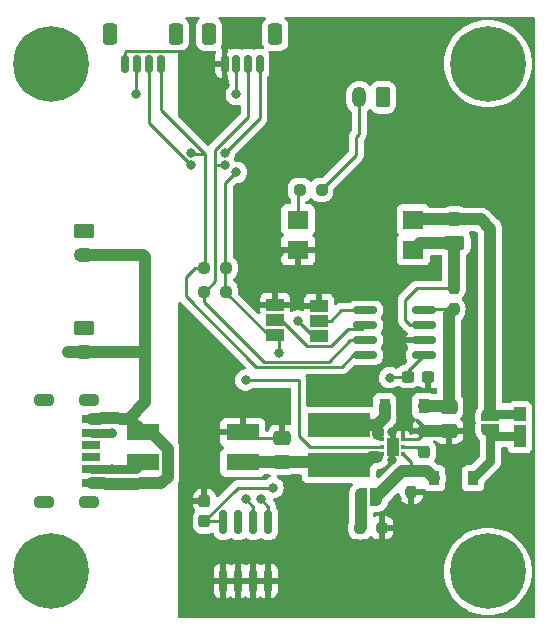
<source format=gbr>
%TF.GenerationSoftware,KiCad,Pcbnew,7.0.9*%
%TF.CreationDate,2024-10-15T17:06:46-06:00*%
%TF.ProjectId,TPS61165-heater-v8,54505336-3131-4363-952d-686561746572,rev?*%
%TF.SameCoordinates,Original*%
%TF.FileFunction,Copper,L1,Top*%
%TF.FilePolarity,Positive*%
%FSLAX46Y46*%
G04 Gerber Fmt 4.6, Leading zero omitted, Abs format (unit mm)*
G04 Created by KiCad (PCBNEW 7.0.9) date 2024-10-15 17:06:46*
%MOMM*%
%LPD*%
G01*
G04 APERTURE LIST*
G04 Aperture macros list*
%AMRoundRect*
0 Rectangle with rounded corners*
0 $1 Rounding radius*
0 $2 $3 $4 $5 $6 $7 $8 $9 X,Y pos of 4 corners*
0 Add a 4 corners polygon primitive as box body*
4,1,4,$2,$3,$4,$5,$6,$7,$8,$9,$2,$3,0*
0 Add four circle primitives for the rounded corners*
1,1,$1+$1,$2,$3*
1,1,$1+$1,$4,$5*
1,1,$1+$1,$6,$7*
1,1,$1+$1,$8,$9*
0 Add four rect primitives between the rounded corners*
20,1,$1+$1,$2,$3,$4,$5,0*
20,1,$1+$1,$4,$5,$6,$7,0*
20,1,$1+$1,$6,$7,$8,$9,0*
20,1,$1+$1,$8,$9,$2,$3,0*%
%AMFreePoly0*
4,1,19,0.500000,-0.750000,0.000000,-0.750000,0.000000,-0.744911,-0.071157,-0.744911,-0.207708,-0.704816,-0.327430,-0.627875,-0.420627,-0.520320,-0.479746,-0.390866,-0.500000,-0.250000,-0.500000,0.250000,-0.479746,0.390866,-0.420627,0.520320,-0.327430,0.627875,-0.207708,0.704816,-0.071157,0.744911,0.000000,0.744911,0.000000,0.750000,0.500000,0.750000,0.500000,-0.750000,0.500000,-0.750000,
$1*%
%AMFreePoly1*
4,1,19,0.000000,0.744911,0.071157,0.744911,0.207708,0.704816,0.327430,0.627875,0.420627,0.520320,0.479746,0.390866,0.500000,0.250000,0.500000,-0.250000,0.479746,-0.390866,0.420627,-0.520320,0.327430,-0.627875,0.207708,-0.704816,0.071157,-0.744911,0.000000,-0.744911,0.000000,-0.750000,-0.500000,-0.750000,-0.500000,0.750000,0.000000,0.750000,0.000000,0.744911,0.000000,0.744911,
$1*%
G04 Aperture macros list end*
%TA.AperFunction,ComponentPad*%
%ADD10RoundRect,0.250000X-0.625000X0.350000X-0.625000X-0.350000X0.625000X-0.350000X0.625000X0.350000X0*%
%TD*%
%TA.AperFunction,ComponentPad*%
%ADD11O,1.750000X1.200000*%
%TD*%
%TA.AperFunction,ComponentPad*%
%ADD12RoundRect,0.250000X0.625000X-0.350000X0.625000X0.350000X-0.625000X0.350000X-0.625000X-0.350000X0*%
%TD*%
%TA.AperFunction,ComponentPad*%
%ADD13O,1.800000X1.100000*%
%TD*%
%TA.AperFunction,SMDPad,CuDef*%
%ADD14R,1.500000X0.700000*%
%TD*%
%TA.AperFunction,SMDPad,CuDef*%
%ADD15R,1.500000X0.760000*%
%TD*%
%TA.AperFunction,SMDPad,CuDef*%
%ADD16R,1.500000X0.800000*%
%TD*%
%TA.AperFunction,SMDPad,CuDef*%
%ADD17RoundRect,0.093750X0.093750X0.106250X-0.093750X0.106250X-0.093750X-0.106250X0.093750X-0.106250X0*%
%TD*%
%TA.AperFunction,SMDPad,CuDef*%
%ADD18R,1.000000X1.600000*%
%TD*%
%TA.AperFunction,SMDPad,CuDef*%
%ADD19R,5.300000X2.000000*%
%TD*%
%TA.AperFunction,SMDPad,CuDef*%
%ADD20RoundRect,0.237500X-0.237500X0.250000X-0.237500X-0.250000X0.237500X-0.250000X0.237500X0.250000X0*%
%TD*%
%TA.AperFunction,SMDPad,CuDef*%
%ADD21R,2.825000X1.400000*%
%TD*%
%TA.AperFunction,SMDPad,CuDef*%
%ADD22RoundRect,0.250000X0.475000X-0.337500X0.475000X0.337500X-0.475000X0.337500X-0.475000X-0.337500X0*%
%TD*%
%TA.AperFunction,SMDPad,CuDef*%
%ADD23R,0.900000X1.200000*%
%TD*%
%TA.AperFunction,SMDPad,CuDef*%
%ADD24RoundRect,0.237500X0.237500X-0.300000X0.237500X0.300000X-0.237500X0.300000X-0.237500X-0.300000X0*%
%TD*%
%TA.AperFunction,SMDPad,CuDef*%
%ADD25RoundRect,0.250000X-0.475000X0.337500X-0.475000X-0.337500X0.475000X-0.337500X0.475000X0.337500X0*%
%TD*%
%TA.AperFunction,SMDPad,CuDef*%
%ADD26RoundRect,0.237500X0.250000X0.237500X-0.250000X0.237500X-0.250000X-0.237500X0.250000X-0.237500X0*%
%TD*%
%TA.AperFunction,SMDPad,CuDef*%
%ADD27R,1.800000X1.600000*%
%TD*%
%TA.AperFunction,SMDPad,CuDef*%
%ADD28RoundRect,0.237500X-0.300000X-0.237500X0.300000X-0.237500X0.300000X0.237500X-0.300000X0.237500X0*%
%TD*%
%TA.AperFunction,SMDPad,CuDef*%
%ADD29RoundRect,0.150000X-0.150000X-0.625000X0.150000X-0.625000X0.150000X0.625000X-0.150000X0.625000X0*%
%TD*%
%TA.AperFunction,SMDPad,CuDef*%
%ADD30RoundRect,0.250000X-0.350000X-0.650000X0.350000X-0.650000X0.350000X0.650000X-0.350000X0.650000X0*%
%TD*%
%TA.AperFunction,SMDPad,CuDef*%
%ADD31RoundRect,0.237500X-0.250000X-0.237500X0.250000X-0.237500X0.250000X0.237500X-0.250000X0.237500X0*%
%TD*%
%TA.AperFunction,SMDPad,CuDef*%
%ADD32R,1.500000X1.000000*%
%TD*%
%TA.AperFunction,SMDPad,CuDef*%
%ADD33FreePoly0,90.000000*%
%TD*%
%TA.AperFunction,SMDPad,CuDef*%
%ADD34FreePoly1,90.000000*%
%TD*%
%TA.AperFunction,SMDPad,CuDef*%
%ADD35RoundRect,0.150000X-0.825000X-0.150000X0.825000X-0.150000X0.825000X0.150000X-0.825000X0.150000X0*%
%TD*%
%TA.AperFunction,SMDPad,CuDef*%
%ADD36R,1.010000X1.900000*%
%TD*%
%TA.AperFunction,SMDPad,CuDef*%
%ADD37R,1.010000X1.180000*%
%TD*%
%TA.AperFunction,ComponentPad*%
%ADD38C,3.600000*%
%TD*%
%TA.AperFunction,ConnectorPad*%
%ADD39C,6.400000*%
%TD*%
%TA.AperFunction,ComponentPad*%
%ADD40RoundRect,0.250000X0.350000X0.625000X-0.350000X0.625000X-0.350000X-0.625000X0.350000X-0.625000X0*%
%TD*%
%TA.AperFunction,ComponentPad*%
%ADD41O,1.200000X1.750000*%
%TD*%
%TA.AperFunction,SMDPad,CuDef*%
%ADD42FreePoly0,0.000000*%
%TD*%
%TA.AperFunction,SMDPad,CuDef*%
%ADD43FreePoly1,0.000000*%
%TD*%
%TA.AperFunction,SMDPad,CuDef*%
%ADD44RoundRect,0.150000X0.150000X-0.825000X0.150000X0.825000X-0.150000X0.825000X-0.150000X-0.825000X0*%
%TD*%
%TA.AperFunction,ViaPad*%
%ADD45C,0.800000*%
%TD*%
%TA.AperFunction,Conductor*%
%ADD46C,0.250000*%
%TD*%
%TA.AperFunction,Conductor*%
%ADD47C,1.000000*%
%TD*%
%TA.AperFunction,Conductor*%
%ADD48C,0.800000*%
%TD*%
G04 APERTURE END LIST*
D10*
%TO.P,J2,1,+*%
%TO.N,Net-(J2-+)*%
X121800000Y-73400000D03*
D11*
%TO.P,J2,2,-*%
%TO.N,Net-(J2--)*%
X121800000Y-75400000D03*
%TD*%
D12*
%TO.P,J5,1,+*%
%TO.N,Net-(J5-+)*%
X153150000Y-66200000D03*
D11*
%TO.P,J5,2,-*%
%TO.N,Net-(D3-A)*%
X153150000Y-64200000D03*
%TD*%
D13*
%TO.P,J1,0,SHIELD*%
%TO.N,unconnected-(J1-SHIELD-Pad0)*%
X122214000Y-79480000D03*
X118414000Y-79480000D03*
X122214000Y-88120000D03*
X118414000Y-88120000D03*
D14*
%TO.P,J1,A5,CC1*%
%TO.N,unconnected-(J1-CC1-PadA5)*%
X122364000Y-83300000D03*
D15*
%TO.P,J1,A9,VBUS*%
%TO.N,Net-(J2-+)*%
X122364000Y-85320000D03*
D16*
%TO.P,J1,A12,GND*%
%TO.N,Net-(J2--)*%
X122364000Y-86550000D03*
D14*
%TO.P,J1,B5,CC2*%
%TO.N,unconnected-(J1-CC2-PadB5)*%
X122364000Y-84300000D03*
D15*
%TO.P,J1,B9,VBUS*%
%TO.N,Net-(J2-+)*%
X122364000Y-82280000D03*
D16*
%TO.P,J1,B12,GND*%
%TO.N,Net-(J2--)*%
X122364000Y-81050000D03*
%TD*%
D17*
%TO.P,U1,1,FB*%
%TO.N,Net-(D2-A)*%
X148817500Y-84080000D03*
%TO.P,U1,2,COMP*%
%TO.N,Net-(U1-COMP)*%
X148817500Y-83430000D03*
%TO.P,U1,3,GND*%
%TO.N,GND*%
X148817500Y-82780000D03*
%TO.P,U1,4,SW*%
%TO.N,Net-(D1-A)*%
X147042500Y-82780000D03*
%TO.P,U1,5,CTRL*%
%TO.N,Net-(J8-+)*%
X147042500Y-83430000D03*
%TO.P,U1,6,VIN*%
%TO.N,+5VD*%
X147042500Y-84080000D03*
D18*
%TO.P,U1,7,EP*%
%TO.N,GND*%
X147930000Y-83430000D03*
%TD*%
D19*
%TO.P,L1,1,1*%
%TO.N,+5VD*%
X143400000Y-85000000D03*
%TO.P,L1,2,2*%
%TO.N,Net-(D1-A)*%
X143400000Y-81600000D03*
%TD*%
D20*
%TO.P,R2,1*%
%TO.N,Net-(D2-A)*%
X149500000Y-85487500D03*
%TO.P,R2,2*%
%TO.N,GND*%
X149500000Y-87312500D03*
%TD*%
D21*
%TO.P,FL1,1,1*%
%TO.N,Net-(J2--)*%
X126763000Y-82230000D03*
%TO.P,FL1,2,2*%
%TO.N,Net-(J2-+)*%
X126763000Y-84770000D03*
%TO.P,FL1,3,3*%
%TO.N,+5VD*%
X135237000Y-84770000D03*
%TO.P,FL1,4,4*%
%TO.N,GND*%
X135237000Y-82230000D03*
%TD*%
D22*
%TO.P,C3,1*%
%TO.N,+5VD*%
X138600000Y-84737500D03*
%TO.P,C3,2*%
%TO.N,GND*%
X138600000Y-82662500D03*
%TD*%
D23*
%TO.P,D1,1,K*%
%TO.N,Net-(D1-K)*%
X150550000Y-80000000D03*
%TO.P,D1,2,A*%
%TO.N,Net-(D1-A)*%
X147250000Y-80000000D03*
%TD*%
D24*
%TO.P,C1,1*%
%TO.N,Net-(U1-COMP)*%
X150600000Y-83862500D03*
%TO.P,C1,2*%
%TO.N,GND*%
X150600000Y-82137500D03*
%TD*%
D25*
%TO.P,C2,1*%
%TO.N,Net-(D1-K)*%
X152700000Y-80037500D03*
%TO.P,C2,2*%
%TO.N,GND*%
X152700000Y-82112500D03*
%TD*%
D26*
%TO.P,R4,1*%
%TO.N,Net-(J8--)*%
X141912500Y-61700000D03*
%TO.P,R4,2*%
%TO.N,Net-(R4-Pad2)*%
X140087500Y-61700000D03*
%TD*%
D27*
%TO.P,U2,1*%
%TO.N,Net-(R4-Pad2)*%
X139924000Y-64230000D03*
%TO.P,U2,2*%
%TO.N,GND*%
X139924000Y-66770000D03*
%TO.P,U2,3*%
%TO.N,Net-(J5-+)*%
X149676000Y-66770000D03*
%TO.P,U2,4*%
%TO.N,Net-(D3-A)*%
X149676000Y-64230000D03*
%TD*%
D28*
%TO.P,C4,1*%
%TO.N,/fram/Vcc*%
X149237500Y-77500000D03*
%TO.P,C4,2*%
%TO.N,GND*%
X150962500Y-77500000D03*
%TD*%
D29*
%TO.P,J6,1,gnd*%
%TO.N,GND*%
X133700000Y-51025000D03*
%TO.P,J6,2,VCC*%
%TO.N,/fram/Vcc*%
X134700000Y-51025000D03*
%TO.P,J6,3,SDA*%
%TO.N,/sda*%
X135700000Y-51025000D03*
%TO.P,J6,4,SCL*%
%TO.N,/scl*%
X136700000Y-51025000D03*
D30*
%TO.P,J6,MP*%
%TO.N,N/C*%
X132400000Y-48500000D03*
X138000000Y-48500000D03*
%TD*%
D20*
%TO.P,R3,1*%
%TO.N,Net-(J5-+)*%
X153100000Y-69987500D03*
%TO.P,R3,2*%
%TO.N,Net-(D1-K)*%
X153100000Y-71812500D03*
%TD*%
D31*
%TO.P,R5,1*%
%TO.N,/sda*%
X131987500Y-70300000D03*
%TO.P,R5,2*%
%TO.N,/fram/Vcc*%
X133812500Y-70300000D03*
%TD*%
%TO.P,R6,1*%
%TO.N,/scl*%
X131987500Y-68300000D03*
%TO.P,R6,2*%
%TO.N,/fram/Vcc*%
X133812500Y-68300000D03*
%TD*%
D32*
%TO.P,JP3,1,A*%
%TO.N,/fram/Vcc*%
X138000000Y-74000000D03*
%TO.P,JP3,2,C*%
%TO.N,Net-(JP3-C)*%
X138000000Y-72700000D03*
%TO.P,JP3,3,B*%
%TO.N,GND*%
X138000000Y-71400000D03*
%TD*%
%TO.P,JP4,1,A*%
%TO.N,/fram/Vcc*%
X141700000Y-74100000D03*
%TO.P,JP4,2,C*%
%TO.N,Net-(JP4-C)*%
X141700000Y-72800000D03*
%TO.P,JP4,3,B*%
%TO.N,GND*%
X141700000Y-71500000D03*
%TD*%
D23*
%TO.P,D2,1,K*%
%TO.N,Net-(D2-K)*%
X154750000Y-86100000D03*
%TO.P,D2,2,A*%
%TO.N,Net-(D2-A)*%
X151450000Y-86100000D03*
%TD*%
D33*
%TO.P,JP2,1,A*%
%TO.N,Net-(D2-K)*%
X156200000Y-82050000D03*
D34*
%TO.P,JP2,2,B*%
%TO.N,Net-(D3-A)*%
X156200000Y-80750000D03*
%TD*%
D35*
%TO.P,U3,1,A1*%
%TO.N,Net-(JP4-C)*%
X145625000Y-71895000D03*
%TO.P,U3,2,A0*%
%TO.N,Net-(JP3-C)*%
X145625000Y-73165000D03*
%TO.P,U3,3,SDA*%
%TO.N,/sda*%
X145625000Y-74435000D03*
%TO.P,U3,4,SCL*%
%TO.N,/scl*%
X145625000Y-75705000D03*
%TO.P,U3,5,VS*%
%TO.N,/fram/Vcc*%
X150575000Y-75705000D03*
%TO.P,U3,6,GND*%
%TO.N,GND*%
X150575000Y-74435000D03*
%TO.P,U3,7,IN-*%
%TO.N,Net-(J5-+)*%
X150575000Y-73165000D03*
%TO.P,U3,8,IN+*%
%TO.N,Net-(D1-K)*%
X150575000Y-71895000D03*
%TD*%
D36*
%TO.P,D3,1,K*%
%TO.N,Net-(D2-K)*%
X158700000Y-82545000D03*
D37*
%TO.P,D3,2,A*%
%TO.N,Net-(D3-A)*%
X158700000Y-80655000D03*
%TD*%
D10*
%TO.P,J3,1,+*%
%TO.N,Net-(J2-+)*%
X121800000Y-65200000D03*
D11*
%TO.P,J3,2,-*%
%TO.N,Net-(J2--)*%
X121800000Y-67200000D03*
%TD*%
D38*
%TO.P,H4,1*%
%TO.N,N/C*%
X119000000Y-94000000D03*
D39*
X119000000Y-94000000D03*
%TD*%
D24*
%TO.P,C5,1*%
%TO.N,/fram/Vcc*%
X132000000Y-89762500D03*
%TO.P,C5,2*%
%TO.N,GND*%
X132000000Y-88037500D03*
%TD*%
D40*
%TO.P,J8,1,+*%
%TO.N,Net-(J8-+)*%
X147100000Y-53850000D03*
D41*
%TO.P,J8,2,-*%
%TO.N,Net-(J8--)*%
X145100000Y-53850000D03*
%TD*%
D29*
%TO.P,J7,1,gnd*%
%TO.N,GND*%
X125300000Y-51025000D03*
%TO.P,J7,2,VCC*%
%TO.N,/fram/Vcc*%
X126300000Y-51025000D03*
%TO.P,J7,3,SDA*%
%TO.N,/sda*%
X127300000Y-51025000D03*
%TO.P,J7,4,SCL*%
%TO.N,/scl*%
X128300000Y-51025000D03*
D30*
%TO.P,J7,MP*%
%TO.N,N/C*%
X124000000Y-48500000D03*
X129600000Y-48500000D03*
%TD*%
D42*
%TO.P,JP1,1,A*%
%TO.N,Net-(JP1-A)*%
X145250000Y-87700000D03*
D43*
%TO.P,JP1,2,B*%
%TO.N,Net-(D2-A)*%
X146550000Y-87700000D03*
%TD*%
D31*
%TO.P,R1,1*%
%TO.N,Net-(JP1-A)*%
X145187500Y-90300000D03*
%TO.P,R1,2*%
%TO.N,GND*%
X147012500Y-90300000D03*
%TD*%
D38*
%TO.P,H3,1*%
%TO.N,N/C*%
X156000000Y-94000000D03*
D39*
X156000000Y-94000000D03*
%TD*%
D38*
%TO.P,H2,1*%
%TO.N,N/C*%
X156000000Y-51000000D03*
D39*
X156000000Y-51000000D03*
%TD*%
D44*
%TO.P,U4,1,A0*%
%TO.N,GND*%
X133595000Y-94775000D03*
%TO.P,U4,2,A1*%
X134865000Y-94775000D03*
%TO.P,U4,3,A2*%
X136135000Y-94775000D03*
%TO.P,U4,4,VSS*%
X137405000Y-94775000D03*
%TO.P,U4,5,SDA*%
%TO.N,/sda*%
X137405000Y-89825000D03*
%TO.P,U4,6,SCL*%
%TO.N,/scl*%
X136135000Y-89825000D03*
%TO.P,U4,7,WP*%
%TO.N,unconnected-(U4-WP-Pad7)*%
X134865000Y-89825000D03*
%TO.P,U4,8,VDD*%
%TO.N,/fram/Vcc*%
X133595000Y-89825000D03*
%TD*%
D38*
%TO.P,H1,1*%
%TO.N,N/C*%
X119000000Y-51000000D03*
D39*
X119000000Y-51000000D03*
%TD*%
D45*
%TO.N,GND*%
X147900000Y-83800000D03*
X152700000Y-83600000D03*
X148300000Y-87900000D03*
X147900000Y-83000000D03*
X149500000Y-88800000D03*
X147900000Y-82200000D03*
X147900000Y-84600000D03*
X132300000Y-55150000D03*
X141700000Y-79300000D03*
X131900000Y-51800000D03*
X138300000Y-67025000D03*
X138400000Y-79300000D03*
X141700000Y-78000000D03*
X140150000Y-53500000D03*
X133700000Y-52800000D03*
X138350000Y-80650000D03*
X138000000Y-71400000D03*
X141700000Y-71500000D03*
%TO.N,Net-(J2-+)*%
X124200000Y-82300000D03*
X124180000Y-85320000D03*
%TO.N,/scl*%
X130900000Y-58600000D03*
X133700000Y-58600000D03*
X135500000Y-87900000D03*
%TO.N,/sda*%
X133700000Y-59600000D03*
X130900000Y-59600000D03*
X136800000Y-87900000D03*
%TO.N,Net-(J8-+)*%
X135500000Y-77800000D03*
%TO.N,/fram/Vcc*%
X147700000Y-77600000D03*
X139900000Y-72800000D03*
X134700000Y-60200000D03*
X134700000Y-53600000D03*
X126200000Y-53600000D03*
X137800000Y-86900000D03*
X138300000Y-75500000D03*
%TD*%
D46*
%TO.N,GND*%
X138600000Y-82675000D02*
X135682000Y-82675000D01*
X138600000Y-82675000D02*
X138600000Y-80900000D01*
D47*
X152700000Y-82100000D02*
X150800000Y-82100000D01*
D46*
X148817500Y-82780000D02*
X150120000Y-82780000D01*
X150600000Y-81775000D02*
X150025000Y-81200000D01*
X138600000Y-80900000D02*
X138350000Y-80650000D01*
X150025000Y-81200000D02*
X149900000Y-81200000D01*
X149900000Y-81200000D02*
X150800000Y-82100000D01*
X150120000Y-82780000D02*
X150600000Y-82300000D01*
X125400000Y-49900000D02*
X130700000Y-49900000D01*
X125300000Y-51025000D02*
X125300000Y-50000000D01*
X131825000Y-51025000D02*
X130700000Y-49900000D01*
X133700000Y-51025000D02*
X133700000Y-52800000D01*
X125300000Y-50000000D02*
X125400000Y-49900000D01*
X133700000Y-51025000D02*
X131825000Y-51025000D01*
%TO.N,Net-(U1-COMP)*%
X150600000Y-84050000D02*
X149980000Y-83430000D01*
X149980000Y-83430000D02*
X148817500Y-83430000D01*
D47*
%TO.N,Net-(D1-K)*%
X150550000Y-80000000D02*
X152650000Y-80000000D01*
D46*
X153100000Y-71775000D02*
X150695000Y-71775000D01*
D47*
X152700000Y-80050000D02*
X152700000Y-72175000D01*
X152700000Y-72175000D02*
X153100000Y-71775000D01*
%TO.N,+5VD*%
X135237000Y-84770000D02*
X143170000Y-84770000D01*
X145500000Y-85000000D02*
X146169990Y-84330010D01*
X146169990Y-84330010D02*
X146619962Y-84330010D01*
D46*
%TO.N,Net-(D1-A)*%
X147042500Y-82780000D02*
X146855000Y-82780000D01*
X146855000Y-82780000D02*
X146700000Y-82625000D01*
X146700000Y-82625000D02*
X146700000Y-82400000D01*
D47*
X146600000Y-81600000D02*
X146700000Y-82400000D01*
X147250000Y-80000000D02*
X147250000Y-80950000D01*
X145900000Y-81600000D02*
X146600000Y-81600000D01*
X147250000Y-80950000D02*
X146600000Y-81600000D01*
X143400000Y-81600000D02*
X145900000Y-81600000D01*
D48*
%TO.N,Net-(D2-K)*%
X156695000Y-82545000D02*
X156200000Y-82050000D01*
X156200000Y-82050000D02*
X156200000Y-84650000D01*
X156200000Y-84650000D02*
X154750000Y-86100000D01*
X158700000Y-82545000D02*
X156695000Y-82545000D01*
D46*
%TO.N,Net-(D2-A)*%
X149500000Y-85525000D02*
X149500000Y-84762500D01*
X149500000Y-84762500D02*
X148817500Y-84080000D01*
D47*
X149500000Y-85525000D02*
X150875000Y-85525000D01*
X148725000Y-85525000D02*
X149500000Y-85525000D01*
X150875000Y-85525000D02*
X151450000Y-86100000D01*
X146550000Y-87700000D02*
X148725000Y-85525000D01*
%TO.N,Net-(D3-A)*%
X155400000Y-64200000D02*
X156200000Y-65000000D01*
X153150000Y-64200000D02*
X155400000Y-64200000D01*
D48*
X158700000Y-80655000D02*
X156295000Y-80655000D01*
D47*
X156200000Y-65000000D02*
X156200000Y-80750000D01*
X153150000Y-64200000D02*
X149706000Y-64200000D01*
%TO.N,Net-(J2--)*%
X126763000Y-82230000D02*
X125583000Y-81050000D01*
X128875501Y-83630001D02*
X128875501Y-86030001D01*
X128875501Y-86030001D02*
X128355491Y-86550011D01*
X127475500Y-82230000D02*
X128875501Y-83630001D01*
X128355491Y-86550011D02*
X124600000Y-86600000D01*
X124600000Y-86600000D02*
X122475000Y-86550011D01*
X126800000Y-67200000D02*
X121800000Y-67200000D01*
X120450000Y-75400000D02*
X126950000Y-75400000D01*
X125583000Y-81050000D02*
X126950000Y-79683000D01*
X125583000Y-81050000D02*
X123900000Y-81000000D01*
X126950000Y-79683000D02*
X126950000Y-75400000D01*
X126950000Y-67350000D02*
X126800000Y-67200000D01*
X126950000Y-75400000D02*
X126950000Y-67350000D01*
X123900000Y-81000000D02*
X122475000Y-81050000D01*
D48*
%TO.N,Net-(J2-+)*%
X124180000Y-82280000D02*
X124200000Y-82300000D01*
X126213000Y-85320000D02*
X126763000Y-84770000D01*
X124180000Y-85320000D02*
X126213000Y-85320000D01*
X122475000Y-85320000D02*
X124180000Y-85320000D01*
X122475000Y-82280000D02*
X124180000Y-82280000D01*
D46*
%TO.N,/scl*%
X143625969Y-76674031D02*
X136374031Y-76674031D01*
X132025000Y-58625000D02*
X130925000Y-58625000D01*
X132025000Y-58625000D02*
X128300000Y-54900000D01*
X128300000Y-54900000D02*
X128300000Y-51025000D01*
X136135000Y-88535000D02*
X135500000Y-87900000D01*
X136700000Y-55600000D02*
X136700000Y-51025000D01*
X136135000Y-89825000D02*
X136135000Y-88535000D01*
X132025000Y-68300000D02*
X132025000Y-58625000D01*
X136374031Y-76674031D02*
X130400000Y-70700000D01*
X133700000Y-58600000D02*
X136700000Y-55600000D01*
X130400000Y-69100000D02*
X131200000Y-68300000D01*
X130925000Y-58625000D02*
X130900000Y-58600000D01*
X130400000Y-70700000D02*
X130400000Y-69100000D01*
X145625000Y-75705000D02*
X144595000Y-75705000D01*
X144595000Y-75705000D02*
X143625969Y-76674031D01*
X131200000Y-68300000D02*
X132025000Y-68300000D01*
%TO.N,/sda*%
X132925480Y-69399520D02*
X132925480Y-66425480D01*
X132900000Y-59600000D02*
X133700000Y-59600000D01*
X132025000Y-70300000D02*
X132925480Y-69399520D01*
X132000000Y-71200000D02*
X132000000Y-70325000D01*
X132900000Y-66400000D02*
X132900000Y-59600000D01*
X130875386Y-59600000D02*
X130900000Y-59600000D01*
X132900000Y-58300000D02*
X135700000Y-55500000D01*
X132925480Y-66425480D02*
X132900000Y-66400000D01*
X137405000Y-88505000D02*
X136800000Y-87900000D01*
X137024511Y-76224511D02*
X132000000Y-71200000D01*
X127300000Y-51025000D02*
X127300000Y-56024614D01*
X135700000Y-55500000D02*
X135700000Y-51025000D01*
X132900000Y-59600000D02*
X132900000Y-58300000D01*
X144365000Y-74435000D02*
X142575489Y-76224511D01*
X127300000Y-56024614D02*
X130875386Y-59600000D01*
X145625000Y-74435000D02*
X144365000Y-74435000D01*
X137405000Y-89825000D02*
X137405000Y-88505000D01*
X142575489Y-76224511D02*
X137024511Y-76224511D01*
%TO.N,Net-(J5-+)*%
X149274990Y-73004990D02*
X149274990Y-72974990D01*
D47*
X150246000Y-66200000D02*
X149676000Y-66770000D01*
D46*
X149975000Y-70025000D02*
X153100000Y-70025000D01*
D47*
X153150000Y-69975000D02*
X153100000Y-70025000D01*
D46*
X149435000Y-73165000D02*
X149274990Y-73004990D01*
D47*
X153150000Y-66200000D02*
X150246000Y-66200000D01*
D46*
X149000000Y-71000000D02*
X149975000Y-70025000D01*
X149000000Y-72700000D02*
X149000000Y-71000000D01*
X150575000Y-73165000D02*
X149435000Y-73165000D01*
D47*
X153150000Y-66200000D02*
X153150000Y-69975000D01*
D46*
X149274990Y-72974990D02*
X149000000Y-72700000D01*
%TO.N,Net-(J8-+)*%
X140000000Y-77800000D02*
X135500000Y-77800000D01*
X140000000Y-82499022D02*
X140000000Y-77800000D01*
X147042500Y-83430000D02*
X140930978Y-83430000D01*
X140930978Y-83430000D02*
X140000000Y-82499022D01*
%TO.N,Net-(J8--)*%
X141875000Y-61700000D02*
X144860000Y-58715000D01*
X144860000Y-58715000D02*
X144860000Y-57200000D01*
X145100000Y-56960000D02*
X145100000Y-53850000D01*
X144860000Y-57200000D02*
X145100000Y-56960000D01*
D47*
%TO.N,Net-(JP1-A)*%
X145250000Y-90250000D02*
X145200000Y-90300000D01*
X145250000Y-87700000D02*
X145250000Y-90250000D01*
D46*
%TO.N,Net-(JP3-C)*%
X145325000Y-73465000D02*
X144170002Y-73465000D01*
X142710001Y-74925001D02*
X140689999Y-74925001D01*
X140689999Y-74925001D02*
X138464998Y-72700000D01*
X144170002Y-73465000D02*
X142710001Y-74925001D01*
X145625000Y-73165000D02*
X145325000Y-73465000D01*
%TO.N,Net-(JP4-C)*%
X142700000Y-72800000D02*
X143605000Y-71895000D01*
X143605000Y-71895000D02*
X144650000Y-71895000D01*
X144650000Y-71895000D02*
X145625000Y-71895000D01*
X141700000Y-72800000D02*
X142700000Y-72800000D01*
%TO.N,Net-(R4-Pad2)*%
X139924000Y-61901000D02*
X139924000Y-64230000D01*
%TO.N,/fram/Vcc*%
X126200000Y-53600000D02*
X126200000Y-51125000D01*
X134700000Y-51025000D02*
X134700000Y-53600000D01*
X139900000Y-72800000D02*
X141200000Y-74100000D01*
X149225000Y-77500000D02*
X147800000Y-77500000D01*
X132000000Y-89762500D02*
X134862500Y-86900000D01*
X149225000Y-77500000D02*
X149225000Y-77055000D01*
X147800000Y-77500000D02*
X147700000Y-77600000D01*
X133775000Y-70300000D02*
X133775000Y-68300000D01*
X149225000Y-77055000D02*
X150575000Y-75705000D01*
X132000000Y-89762500D02*
X133532500Y-89762500D01*
X138300000Y-75500000D02*
X138300000Y-74300000D01*
X133775000Y-61125000D02*
X134700000Y-60200000D01*
X133775000Y-68300000D02*
X133775000Y-61125000D01*
X137475000Y-74000000D02*
X133775000Y-70300000D01*
X134862500Y-86900000D02*
X137800000Y-86900000D01*
%TD*%
%TA.AperFunction,Conductor*%
%TO.N,GND*%
G36*
X159916621Y-47045502D02*
G01*
X159963114Y-47099158D01*
X159974500Y-47151500D01*
X159974500Y-97848500D01*
X159954498Y-97916621D01*
X159900842Y-97963114D01*
X159848500Y-97974500D01*
X129905596Y-97974500D01*
X129837475Y-97954498D01*
X129790982Y-97900842D01*
X129779596Y-97848470D01*
X129780273Y-95029000D01*
X132787001Y-95029000D01*
X132787001Y-95666458D01*
X132789934Y-95703750D01*
X132836318Y-95863400D01*
X132920948Y-96006501D01*
X132920949Y-96006503D01*
X133038497Y-96124051D01*
X133181600Y-96208681D01*
X133341000Y-96254991D01*
X133341000Y-95029000D01*
X133849000Y-95029000D01*
X133849000Y-96254991D01*
X134008399Y-96208681D01*
X134151500Y-96124052D01*
X134152771Y-96123067D01*
X134153949Y-96122604D01*
X134158321Y-96120019D01*
X134158737Y-96120723D01*
X134218855Y-96097118D01*
X134288478Y-96111016D01*
X134307229Y-96123067D01*
X134308499Y-96124052D01*
X134451600Y-96208681D01*
X134611000Y-96254991D01*
X134611000Y-95029000D01*
X135119000Y-95029000D01*
X135119000Y-96254991D01*
X135278399Y-96208681D01*
X135421500Y-96124052D01*
X135422771Y-96123067D01*
X135423949Y-96122604D01*
X135428321Y-96120019D01*
X135428737Y-96120723D01*
X135488855Y-96097118D01*
X135558478Y-96111016D01*
X135577229Y-96123067D01*
X135578499Y-96124052D01*
X135721600Y-96208681D01*
X135881000Y-96254991D01*
X135881000Y-95029000D01*
X136389000Y-95029000D01*
X136389000Y-96254991D01*
X136548399Y-96208681D01*
X136691500Y-96124052D01*
X136692771Y-96123067D01*
X136693949Y-96122604D01*
X136698321Y-96120019D01*
X136698737Y-96120723D01*
X136758855Y-96097118D01*
X136828478Y-96111016D01*
X136847229Y-96123067D01*
X136848499Y-96124052D01*
X136991600Y-96208681D01*
X137151000Y-96254991D01*
X137151000Y-95029000D01*
X137659000Y-95029000D01*
X137659000Y-96254991D01*
X137818399Y-96208681D01*
X137961502Y-96124051D01*
X138079050Y-96006503D01*
X138079051Y-96006501D01*
X138163681Y-95863401D01*
X138210065Y-95703749D01*
X138213000Y-95666461D01*
X138213000Y-95029000D01*
X137659000Y-95029000D01*
X137151000Y-95029000D01*
X136389000Y-95029000D01*
X135881000Y-95029000D01*
X135119000Y-95029000D01*
X134611000Y-95029000D01*
X133849000Y-95029000D01*
X133341000Y-95029000D01*
X132787001Y-95029000D01*
X129780273Y-95029000D01*
X129780395Y-94521000D01*
X132787000Y-94521000D01*
X133341000Y-94521000D01*
X133849000Y-94521000D01*
X134611000Y-94521000D01*
X135119000Y-94521000D01*
X135881000Y-94521000D01*
X136389000Y-94521000D01*
X137151000Y-94521000D01*
X137151000Y-93295007D01*
X137659000Y-93295007D01*
X137659000Y-94521000D01*
X138212999Y-94521000D01*
X138212999Y-94000006D01*
X152286411Y-94000006D01*
X152306752Y-94388167D01*
X152367561Y-94772097D01*
X152468168Y-95147568D01*
X152607463Y-95510443D01*
X152607467Y-95510451D01*
X152783938Y-95856795D01*
X152995637Y-96182785D01*
X152995649Y-96182802D01*
X153240253Y-96484862D01*
X153240267Y-96484877D01*
X153515122Y-96759732D01*
X153515137Y-96759746D01*
X153817197Y-97004350D01*
X153817214Y-97004362D01*
X154001185Y-97123833D01*
X154143205Y-97216062D01*
X154489547Y-97392532D01*
X154489551Y-97392533D01*
X154489556Y-97392536D01*
X154852431Y-97531831D01*
X154852436Y-97531832D01*
X154852438Y-97531833D01*
X155227901Y-97632438D01*
X155611824Y-97693246D01*
X155611826Y-97693246D01*
X155611832Y-97693247D01*
X155999994Y-97713589D01*
X156000000Y-97713589D01*
X156000006Y-97713589D01*
X156388167Y-97693247D01*
X156388171Y-97693246D01*
X156388176Y-97693246D01*
X156772099Y-97632438D01*
X157147562Y-97531833D01*
X157147565Y-97531831D01*
X157147568Y-97531831D01*
X157510443Y-97392536D01*
X157510444Y-97392535D01*
X157510453Y-97392532D01*
X157856795Y-97216062D01*
X158182793Y-97004357D01*
X158182802Y-97004350D01*
X158484862Y-96759746D01*
X158484867Y-96759740D01*
X158484876Y-96759734D01*
X158759734Y-96484876D01*
X158759740Y-96484867D01*
X158759746Y-96484862D01*
X159004350Y-96182802D01*
X159004351Y-96182799D01*
X159004357Y-96182793D01*
X159216062Y-95856795D01*
X159392532Y-95510453D01*
X159531833Y-95147562D01*
X159632438Y-94772099D01*
X159693246Y-94388176D01*
X159693246Y-94388171D01*
X159693247Y-94388167D01*
X159713589Y-94000006D01*
X159713589Y-93999993D01*
X159693247Y-93611832D01*
X159665869Y-93438978D01*
X159632438Y-93227901D01*
X159531833Y-92852438D01*
X159531832Y-92852436D01*
X159531831Y-92852431D01*
X159392536Y-92489556D01*
X159392532Y-92489548D01*
X159392532Y-92489547D01*
X159216062Y-92143206D01*
X159004357Y-91817207D01*
X159004354Y-91817203D01*
X159004352Y-91817200D01*
X158759746Y-91515137D01*
X158759732Y-91515122D01*
X158484877Y-91240267D01*
X158484862Y-91240253D01*
X158182802Y-90995649D01*
X158182785Y-90995637D01*
X157856795Y-90783938D01*
X157510451Y-90607467D01*
X157510443Y-90607463D01*
X157147568Y-90468168D01*
X156772097Y-90367561D01*
X156388167Y-90306752D01*
X156000006Y-90286411D01*
X155999994Y-90286411D01*
X155611832Y-90306752D01*
X155227902Y-90367561D01*
X154852431Y-90468168D01*
X154489556Y-90607463D01*
X154489548Y-90607467D01*
X154143205Y-90783938D01*
X153817203Y-90995645D01*
X153817200Y-90995647D01*
X153515137Y-91240253D01*
X153515122Y-91240267D01*
X153240267Y-91515122D01*
X153240253Y-91515137D01*
X152995647Y-91817200D01*
X152995645Y-91817203D01*
X152783938Y-92143205D01*
X152607467Y-92489548D01*
X152607463Y-92489556D01*
X152468168Y-92852431D01*
X152367561Y-93227902D01*
X152306752Y-93611832D01*
X152286411Y-93999993D01*
X152286411Y-94000006D01*
X138212999Y-94000006D01*
X138212999Y-93883542D01*
X138210065Y-93846249D01*
X138163681Y-93686599D01*
X138079051Y-93543498D01*
X138079050Y-93543496D01*
X137961503Y-93425949D01*
X137961501Y-93425948D01*
X137818401Y-93341318D01*
X137659000Y-93295007D01*
X137151000Y-93295007D01*
X136991598Y-93341318D01*
X136848499Y-93425947D01*
X136847221Y-93426939D01*
X136846036Y-93427403D01*
X136841679Y-93429981D01*
X136841263Y-93429277D01*
X136781134Y-93452882D01*
X136711513Y-93438978D01*
X136692779Y-93426939D01*
X136691500Y-93425947D01*
X136548401Y-93341318D01*
X136389000Y-93295007D01*
X136389000Y-94521000D01*
X135881000Y-94521000D01*
X135881000Y-93295007D01*
X135721598Y-93341318D01*
X135578499Y-93425947D01*
X135577221Y-93426939D01*
X135576036Y-93427403D01*
X135571679Y-93429981D01*
X135571263Y-93429277D01*
X135511134Y-93452882D01*
X135441513Y-93438978D01*
X135422779Y-93426939D01*
X135421500Y-93425947D01*
X135278401Y-93341318D01*
X135119000Y-93295007D01*
X135119000Y-94521000D01*
X134611000Y-94521000D01*
X134611000Y-93295007D01*
X134451598Y-93341318D01*
X134308499Y-93425947D01*
X134307221Y-93426939D01*
X134306036Y-93427403D01*
X134301679Y-93429981D01*
X134301263Y-93429277D01*
X134241134Y-93452882D01*
X134171513Y-93438978D01*
X134152779Y-93426939D01*
X134151500Y-93425947D01*
X134008401Y-93341318D01*
X133849000Y-93295007D01*
X133849000Y-94521000D01*
X133341000Y-94521000D01*
X133341000Y-93295007D01*
X133181598Y-93341318D01*
X133038498Y-93425948D01*
X133038496Y-93425949D01*
X132920949Y-93543496D01*
X132920948Y-93543498D01*
X132836318Y-93686598D01*
X132789934Y-93846250D01*
X132787000Y-93883539D01*
X132787000Y-94521000D01*
X129780395Y-94521000D01*
X129782012Y-87783500D01*
X131017000Y-87783500D01*
X131746000Y-87783500D01*
X131746000Y-86992000D01*
X131712815Y-86992000D01*
X131610726Y-87002430D01*
X131610723Y-87002431D01*
X131445292Y-87057248D01*
X131296966Y-87148737D01*
X131296960Y-87148742D01*
X131173742Y-87271960D01*
X131173737Y-87271966D01*
X131082248Y-87420292D01*
X131027431Y-87585723D01*
X131027430Y-87585726D01*
X131017000Y-87687815D01*
X131017000Y-87783500D01*
X129782012Y-87783500D01*
X129782319Y-86504377D01*
X129797196Y-86445017D01*
X129811742Y-86417805D01*
X129869409Y-86227702D01*
X129884001Y-86079548D01*
X129888881Y-86030001D01*
X129888745Y-86028625D01*
X129884305Y-85983537D01*
X129884001Y-85977358D01*
X129884001Y-83682642D01*
X129884305Y-83676462D01*
X129888881Y-83630002D01*
X129888881Y-83629997D01*
X129869410Y-83432306D01*
X129869409Y-83432304D01*
X129869409Y-83432300D01*
X129811742Y-83242197D01*
X129798001Y-83216489D01*
X129783123Y-83157068D01*
X129783407Y-81976000D01*
X133316500Y-81976000D01*
X134983000Y-81976000D01*
X134983000Y-81022000D01*
X133775902Y-81022000D01*
X133715406Y-81028505D01*
X133578535Y-81079555D01*
X133578534Y-81079555D01*
X133461595Y-81167095D01*
X133374055Y-81284034D01*
X133374055Y-81284035D01*
X133323005Y-81420906D01*
X133316500Y-81481402D01*
X133316500Y-81976000D01*
X129783407Y-81976000D01*
X129785973Y-71286035D01*
X129805991Y-71217921D01*
X129859658Y-71171441D01*
X129929935Y-71161354D01*
X129994508Y-71190862D01*
X130001068Y-71196972D01*
X135481119Y-76677023D01*
X135515145Y-76739335D01*
X135510080Y-76810150D01*
X135467533Y-76866986D01*
X135410782Y-76889237D01*
X135410972Y-76890127D01*
X135405604Y-76891268D01*
X135405196Y-76891428D01*
X135404514Y-76891499D01*
X135217711Y-76931206D01*
X135043247Y-77008882D01*
X134888744Y-77121135D01*
X134760965Y-77263048D01*
X134760958Y-77263058D01*
X134665476Y-77428438D01*
X134665473Y-77428444D01*
X134650999Y-77472986D01*
X134606457Y-77610072D01*
X134586496Y-77800000D01*
X134606457Y-77989927D01*
X134627575Y-78054920D01*
X134665473Y-78171556D01*
X134665476Y-78171561D01*
X134760958Y-78336941D01*
X134760965Y-78336951D01*
X134888744Y-78478864D01*
X134949999Y-78523368D01*
X135043248Y-78591118D01*
X135217712Y-78668794D01*
X135404513Y-78708500D01*
X135595487Y-78708500D01*
X135782288Y-78668794D01*
X135956752Y-78591118D01*
X136111253Y-78478866D01*
X136114563Y-78475190D01*
X136175009Y-78437950D01*
X136208200Y-78433500D01*
X139240500Y-78433500D01*
X139308621Y-78453502D01*
X139355114Y-78507158D01*
X139366500Y-78559500D01*
X139366500Y-81452092D01*
X139346498Y-81520213D01*
X139292842Y-81566706D01*
X139227694Y-81577440D01*
X139125508Y-81567000D01*
X138854000Y-81567000D01*
X138854000Y-82790500D01*
X138833998Y-82858621D01*
X138780342Y-82905114D01*
X138728000Y-82916500D01*
X138472000Y-82916500D01*
X138403879Y-82896498D01*
X138357386Y-82842842D01*
X138346000Y-82790500D01*
X138346000Y-81567000D01*
X138074483Y-81567000D01*
X137970681Y-81577605D01*
X137970678Y-81577606D01*
X137802474Y-81633342D01*
X137651660Y-81726365D01*
X137651654Y-81726370D01*
X137526370Y-81851654D01*
X137526365Y-81851660D01*
X137433342Y-82002474D01*
X137403105Y-82093727D01*
X137362691Y-82152098D01*
X137297134Y-82179354D01*
X137227249Y-82166841D01*
X137175223Y-82118531D01*
X137157500Y-82054094D01*
X137157500Y-81481414D01*
X137157499Y-81481402D01*
X137150994Y-81420906D01*
X137099944Y-81284035D01*
X137099944Y-81284034D01*
X137012404Y-81167095D01*
X136895465Y-81079555D01*
X136758593Y-81028505D01*
X136698097Y-81022000D01*
X135491000Y-81022000D01*
X135491000Y-82358000D01*
X135470998Y-82426121D01*
X135417342Y-82472614D01*
X135365000Y-82484000D01*
X133316500Y-82484000D01*
X133316500Y-82978597D01*
X133323005Y-83039093D01*
X133374055Y-83175964D01*
X133374055Y-83175965D01*
X133461595Y-83292904D01*
X133578534Y-83380444D01*
X133581840Y-83381677D01*
X133584662Y-83383789D01*
X133586443Y-83384762D01*
X133586303Y-83385018D01*
X133638676Y-83424224D01*
X133663487Y-83490744D01*
X133648396Y-83560118D01*
X133598194Y-83610320D01*
X133581847Y-83617786D01*
X133578298Y-83619109D01*
X133578292Y-83619112D01*
X133461238Y-83706738D01*
X133373612Y-83823792D01*
X133373610Y-83823797D01*
X133322511Y-83960795D01*
X133322509Y-83960803D01*
X133316000Y-84021350D01*
X133316000Y-85518649D01*
X133322509Y-85579196D01*
X133322511Y-85579204D01*
X133373610Y-85716202D01*
X133373612Y-85716207D01*
X133461238Y-85833261D01*
X133578292Y-85920887D01*
X133578294Y-85920888D01*
X133578296Y-85920889D01*
X133637375Y-85942924D01*
X133715295Y-85971988D01*
X133715303Y-85971990D01*
X133775850Y-85978499D01*
X133775855Y-85978499D01*
X133775862Y-85978500D01*
X133775868Y-85978500D01*
X136698132Y-85978500D01*
X136698138Y-85978500D01*
X136698145Y-85978499D01*
X136698149Y-85978499D01*
X136758696Y-85971990D01*
X136758699Y-85971989D01*
X136758701Y-85971989D01*
X136895704Y-85920889D01*
X137012761Y-85833261D01*
X137012762Y-85833260D01*
X137015960Y-85828989D01*
X137072796Y-85786443D01*
X137116826Y-85778500D01*
X137507789Y-85778500D01*
X137575910Y-85798502D01*
X137622403Y-85852158D01*
X137632507Y-85922432D01*
X137603013Y-85987012D01*
X137543287Y-86025396D01*
X137533990Y-86027745D01*
X137529855Y-86028625D01*
X137517711Y-86031206D01*
X137343247Y-86108882D01*
X137188747Y-86221133D01*
X137185437Y-86224810D01*
X137124991Y-86262050D01*
X137091800Y-86266500D01*
X134946349Y-86266500D01*
X134930510Y-86264751D01*
X134930483Y-86265045D01*
X134922591Y-86264299D01*
X134852560Y-86266500D01*
X134822644Y-86266500D01*
X134815672Y-86267379D01*
X134809765Y-86267844D01*
X134762610Y-86269326D01*
X134762605Y-86269327D01*
X134743160Y-86274977D01*
X134723802Y-86278986D01*
X134703710Y-86281524D01*
X134703702Y-86281526D01*
X134659836Y-86298893D01*
X134654221Y-86300816D01*
X134608907Y-86313982D01*
X134608902Y-86313984D01*
X134591463Y-86324297D01*
X134573718Y-86332990D01*
X134554880Y-86340449D01*
X134538556Y-86352310D01*
X134516712Y-86368180D01*
X134511761Y-86371433D01*
X134471140Y-86395455D01*
X134456807Y-86409787D01*
X134441781Y-86422620D01*
X134425395Y-86434526D01*
X134425394Y-86434526D01*
X134395318Y-86470880D01*
X134391323Y-86475271D01*
X133188640Y-87677953D01*
X133126328Y-87711979D01*
X133055513Y-87706914D01*
X132998677Y-87664367D01*
X132974198Y-87601665D01*
X132972569Y-87585726D01*
X132972568Y-87585723D01*
X132917751Y-87420292D01*
X132826262Y-87271966D01*
X132826257Y-87271960D01*
X132703039Y-87148742D01*
X132703033Y-87148737D01*
X132554707Y-87057248D01*
X132389276Y-87002431D01*
X132389273Y-87002430D01*
X132287184Y-86992000D01*
X132254000Y-86992000D01*
X132254000Y-88165500D01*
X132233998Y-88233621D01*
X132180342Y-88280114D01*
X132128000Y-88291500D01*
X131017000Y-88291500D01*
X131017000Y-88387184D01*
X131027430Y-88489273D01*
X131027431Y-88489276D01*
X131082248Y-88654707D01*
X131173737Y-88803033D01*
X131173742Y-88803039D01*
X131181254Y-88810551D01*
X131215280Y-88872863D01*
X131210215Y-88943678D01*
X131181254Y-88988741D01*
X131173347Y-88996647D01*
X131173342Y-88996653D01*
X131081791Y-89145080D01*
X131026937Y-89310622D01*
X131016500Y-89412778D01*
X131016500Y-90112212D01*
X131026937Y-90214380D01*
X131081791Y-90379920D01*
X131173342Y-90528346D01*
X131173347Y-90528352D01*
X131296647Y-90651652D01*
X131296653Y-90651657D01*
X131296654Y-90651658D01*
X131445080Y-90743209D01*
X131610619Y-90798062D01*
X131712787Y-90808500D01*
X132287212Y-90808499D01*
X132389381Y-90798062D01*
X132554920Y-90743209D01*
X132610239Y-90709087D01*
X132678716Y-90690350D01*
X132746455Y-90711609D01*
X132791947Y-90766115D01*
X132797382Y-90781175D01*
X132835856Y-90913605D01*
X132920544Y-91056803D01*
X132920549Y-91056810D01*
X133038189Y-91174450D01*
X133038196Y-91174455D01*
X133181394Y-91259143D01*
X133181397Y-91259143D01*
X133181399Y-91259145D01*
X133341169Y-91305562D01*
X133348634Y-91306149D01*
X133378494Y-91308500D01*
X133378498Y-91308500D01*
X133811506Y-91308500D01*
X133836388Y-91306541D01*
X133848831Y-91305562D01*
X134008601Y-91259145D01*
X134008603Y-91259143D01*
X134008605Y-91259143D01*
X134077820Y-91218209D01*
X134151807Y-91174453D01*
X134151814Y-91174445D01*
X134152767Y-91173708D01*
X134153662Y-91173356D01*
X134158631Y-91170418D01*
X134159104Y-91171219D01*
X134218850Y-91147756D01*
X134288474Y-91161652D01*
X134307233Y-91173708D01*
X134308189Y-91174449D01*
X134308193Y-91174453D01*
X134308197Y-91174455D01*
X134308198Y-91174456D01*
X134451394Y-91259143D01*
X134451397Y-91259143D01*
X134451399Y-91259145D01*
X134611169Y-91305562D01*
X134618634Y-91306149D01*
X134648494Y-91308500D01*
X134648498Y-91308500D01*
X135081506Y-91308500D01*
X135106388Y-91306541D01*
X135118831Y-91305562D01*
X135278601Y-91259145D01*
X135278603Y-91259143D01*
X135278605Y-91259143D01*
X135347820Y-91218209D01*
X135421807Y-91174453D01*
X135421814Y-91174445D01*
X135422767Y-91173708D01*
X135423662Y-91173356D01*
X135428631Y-91170418D01*
X135429104Y-91171219D01*
X135488850Y-91147756D01*
X135558474Y-91161652D01*
X135577233Y-91173708D01*
X135578189Y-91174449D01*
X135578193Y-91174453D01*
X135578197Y-91174455D01*
X135578198Y-91174456D01*
X135721394Y-91259143D01*
X135721397Y-91259143D01*
X135721399Y-91259145D01*
X135881169Y-91305562D01*
X135888634Y-91306149D01*
X135918494Y-91308500D01*
X135918498Y-91308500D01*
X136351506Y-91308500D01*
X136376388Y-91306541D01*
X136388831Y-91305562D01*
X136548601Y-91259145D01*
X136548603Y-91259143D01*
X136548605Y-91259143D01*
X136617820Y-91218209D01*
X136691807Y-91174453D01*
X136691814Y-91174445D01*
X136692767Y-91173708D01*
X136693662Y-91173356D01*
X136698631Y-91170418D01*
X136699104Y-91171219D01*
X136758850Y-91147756D01*
X136828474Y-91161652D01*
X136847233Y-91173708D01*
X136848189Y-91174449D01*
X136848193Y-91174453D01*
X136848197Y-91174455D01*
X136848198Y-91174456D01*
X136991394Y-91259143D01*
X136991397Y-91259143D01*
X136991399Y-91259145D01*
X137151169Y-91305562D01*
X137158634Y-91306149D01*
X137188494Y-91308500D01*
X137188498Y-91308500D01*
X137621506Y-91308500D01*
X137646388Y-91306541D01*
X137658831Y-91305562D01*
X137818601Y-91259145D01*
X137818603Y-91259143D01*
X137818605Y-91259143D01*
X137890204Y-91216799D01*
X137961807Y-91174453D01*
X138079453Y-91056807D01*
X138164145Y-90913601D01*
X138210562Y-90753831D01*
X138213500Y-90716502D01*
X138213500Y-88933498D01*
X138210562Y-88896169D01*
X138164145Y-88736399D01*
X138164143Y-88736397D01*
X138164143Y-88736394D01*
X138079455Y-88593196D01*
X138079450Y-88593189D01*
X138075631Y-88589370D01*
X138041605Y-88527058D01*
X138038788Y-88504226D01*
X138038500Y-88495041D01*
X138038500Y-88465144D01*
X138037619Y-88458178D01*
X138037155Y-88452282D01*
X138035673Y-88405110D01*
X138030022Y-88385663D01*
X138026012Y-88366300D01*
X138023474Y-88346203D01*
X138006099Y-88302320D01*
X138004179Y-88296711D01*
X137991018Y-88251407D01*
X137980705Y-88233969D01*
X137972010Y-88216222D01*
X137964552Y-88197383D01*
X137936821Y-88159215D01*
X137933562Y-88154255D01*
X137931789Y-88151257D01*
X137909542Y-88113637D01*
X137909541Y-88113635D01*
X137895218Y-88099312D01*
X137882377Y-88084279D01*
X137870471Y-88067892D01*
X137859571Y-88058875D01*
X137834108Y-88037810D01*
X137829736Y-88033831D01*
X137818881Y-88022976D01*
X137784855Y-87960664D01*
X137789920Y-87889849D01*
X137832467Y-87833013D01*
X137889217Y-87810766D01*
X137889028Y-87809873D01*
X137894421Y-87808726D01*
X137894821Y-87808570D01*
X137895487Y-87808500D01*
X138082288Y-87768794D01*
X138256752Y-87691118D01*
X138411253Y-87578866D01*
X138411255Y-87578864D01*
X138539034Y-87436951D01*
X138539035Y-87436949D01*
X138539040Y-87436944D01*
X138634527Y-87271556D01*
X138693542Y-87089928D01*
X138713504Y-86900000D01*
X138693542Y-86710072D01*
X138634527Y-86528444D01*
X138539040Y-86363056D01*
X138539038Y-86363054D01*
X138539034Y-86363048D01*
X138411255Y-86221135D01*
X138330147Y-86162207D01*
X138256752Y-86108882D01*
X138256748Y-86108880D01*
X138256745Y-86108878D01*
X138179767Y-86074605D01*
X138125671Y-86028625D01*
X138105022Y-85960698D01*
X138124375Y-85892390D01*
X138177585Y-85845389D01*
X138231012Y-85833499D01*
X139125544Y-85833499D01*
X139229426Y-85822887D01*
X139344081Y-85784895D01*
X139383713Y-85778500D01*
X140115500Y-85778500D01*
X140183621Y-85798502D01*
X140230114Y-85852158D01*
X140241500Y-85904500D01*
X140241500Y-86048649D01*
X140248009Y-86109196D01*
X140248011Y-86109204D01*
X140299110Y-86246202D01*
X140299112Y-86246207D01*
X140386738Y-86363261D01*
X140503792Y-86450887D01*
X140503794Y-86450888D01*
X140503796Y-86450889D01*
X140557393Y-86470880D01*
X140640795Y-86501988D01*
X140640803Y-86501990D01*
X140701350Y-86508499D01*
X140701355Y-86508499D01*
X140701362Y-86508500D01*
X144450856Y-86508500D01*
X144518977Y-86528502D01*
X144565470Y-86582158D01*
X144575574Y-86652432D01*
X144546080Y-86717012D01*
X144533369Y-86729724D01*
X144530949Y-86731820D01*
X144436797Y-86840479D01*
X144357744Y-86963487D01*
X144357741Y-86963492D01*
X144297827Y-87094686D01*
X144297380Y-87096437D01*
X144256820Y-87234570D01*
X144256819Y-87234574D01*
X144236358Y-87376882D01*
X144236358Y-87433486D01*
X144236271Y-87433782D01*
X144236271Y-87965704D01*
X144236358Y-87966514D01*
X144236358Y-88023113D01*
X144240217Y-88049950D01*
X144241500Y-88067884D01*
X144241500Y-89770893D01*
X144235105Y-89810524D01*
X144201937Y-89910621D01*
X144191500Y-90012778D01*
X144191500Y-90247353D01*
X144191196Y-90253531D01*
X144186620Y-90299996D01*
X144186620Y-90300002D01*
X144191196Y-90346467D01*
X144191500Y-90352646D01*
X144191500Y-90587212D01*
X144201937Y-90689380D01*
X144256791Y-90854920D01*
X144348342Y-91003346D01*
X144348347Y-91003352D01*
X144471647Y-91126652D01*
X144471653Y-91126657D01*
X144471654Y-91126658D01*
X144620080Y-91218209D01*
X144785619Y-91273062D01*
X144887787Y-91283500D01*
X144949291Y-91283499D01*
X144985869Y-91288924D01*
X145002299Y-91293909D01*
X145002301Y-91293909D01*
X145002304Y-91293910D01*
X145199996Y-91313380D01*
X145200000Y-91313380D01*
X145200004Y-91313380D01*
X145397692Y-91293910D01*
X145397692Y-91293909D01*
X145397701Y-91293909D01*
X145414130Y-91288924D01*
X145450707Y-91283499D01*
X145487212Y-91283499D01*
X145589381Y-91273062D01*
X145754920Y-91218209D01*
X145903346Y-91126658D01*
X145933744Y-91096260D01*
X146011259Y-91018746D01*
X146073571Y-90984720D01*
X146144386Y-90989785D01*
X146189449Y-91018746D01*
X146296960Y-91126257D01*
X146296966Y-91126262D01*
X146445292Y-91217751D01*
X146610723Y-91272568D01*
X146610726Y-91272569D01*
X146712815Y-91282999D01*
X146712815Y-91283000D01*
X146758500Y-91283000D01*
X146758500Y-90554000D01*
X147266500Y-90554000D01*
X147266500Y-91283000D01*
X147312185Y-91283000D01*
X147312184Y-91282999D01*
X147414273Y-91272569D01*
X147414276Y-91272568D01*
X147579707Y-91217751D01*
X147728033Y-91126262D01*
X147728039Y-91126257D01*
X147851257Y-91003039D01*
X147851262Y-91003033D01*
X147942751Y-90854707D01*
X147997568Y-90689276D01*
X147997569Y-90689273D01*
X148007999Y-90587184D01*
X148008000Y-90587184D01*
X148008000Y-90554000D01*
X147266500Y-90554000D01*
X146758500Y-90554000D01*
X146758500Y-89317000D01*
X147266500Y-89317000D01*
X147266500Y-90046000D01*
X148008000Y-90046000D01*
X148008000Y-90012815D01*
X147997569Y-89910726D01*
X147997568Y-89910723D01*
X147942751Y-89745292D01*
X147851262Y-89596966D01*
X147851257Y-89596960D01*
X147728039Y-89473742D01*
X147728033Y-89473737D01*
X147579707Y-89382248D01*
X147414276Y-89327431D01*
X147414273Y-89327430D01*
X147312184Y-89317000D01*
X147266500Y-89317000D01*
X146758500Y-89317000D01*
X146712815Y-89317000D01*
X146610726Y-89327430D01*
X146610723Y-89327431D01*
X146445287Y-89382250D01*
X146438643Y-89385349D01*
X146437354Y-89382586D01*
X146382148Y-89397683D01*
X146314412Y-89376413D01*
X146268929Y-89321899D01*
X146258500Y-89271705D01*
X146258500Y-89089729D01*
X146278502Y-89021608D01*
X146332158Y-88975115D01*
X146384500Y-88963729D01*
X146621886Y-88963729D01*
X146621889Y-88963729D01*
X146766622Y-88942920D01*
X146904577Y-88902413D01*
X147037586Y-88841670D01*
X147086008Y-88810551D01*
X147158532Y-88763944D01*
X147158539Y-88763939D01*
X147158544Y-88763935D01*
X147269051Y-88668179D01*
X147363205Y-88559518D01*
X147442256Y-88436512D01*
X147501984Y-88305727D01*
X147501984Y-88305726D01*
X147501984Y-88305723D01*
X147502169Y-88305320D01*
X147502614Y-88303579D01*
X147543180Y-88165427D01*
X147543180Y-88165422D01*
X147544135Y-88161035D01*
X147546157Y-88161474D01*
X147572097Y-88104596D01*
X147578256Y-88097976D01*
X148301907Y-87374326D01*
X148364217Y-87340303D01*
X148435033Y-87345368D01*
X148491868Y-87387915D01*
X148516679Y-87454435D01*
X148517000Y-87463424D01*
X148517000Y-87612184D01*
X148527430Y-87714273D01*
X148527431Y-87714276D01*
X148582248Y-87879707D01*
X148673737Y-88028033D01*
X148673742Y-88028039D01*
X148796960Y-88151257D01*
X148796966Y-88151262D01*
X148945292Y-88242751D01*
X149110723Y-88297568D01*
X149110726Y-88297569D01*
X149212815Y-88307999D01*
X149212815Y-88308000D01*
X149246000Y-88308000D01*
X149246000Y-87566500D01*
X149754000Y-87566500D01*
X149754000Y-88308000D01*
X149787185Y-88308000D01*
X149787184Y-88307999D01*
X149889273Y-88297569D01*
X149889276Y-88297568D01*
X150054707Y-88242751D01*
X150203033Y-88151262D01*
X150203039Y-88151257D01*
X150326257Y-88028039D01*
X150326262Y-88028033D01*
X150417751Y-87879707D01*
X150472568Y-87714276D01*
X150472569Y-87714273D01*
X150482999Y-87612184D01*
X150483000Y-87612184D01*
X150483000Y-87566500D01*
X149754000Y-87566500D01*
X149246000Y-87566500D01*
X149246000Y-87184500D01*
X149266002Y-87116379D01*
X149319658Y-87069886D01*
X149372000Y-87058500D01*
X150494727Y-87058500D01*
X150531202Y-87038582D01*
X150602018Y-87043645D01*
X150633497Y-87060834D01*
X150753792Y-87150887D01*
X150753794Y-87150888D01*
X150753796Y-87150889D01*
X150812875Y-87172924D01*
X150890795Y-87201988D01*
X150890803Y-87201990D01*
X150951350Y-87208499D01*
X150951355Y-87208499D01*
X150951362Y-87208500D01*
X150951368Y-87208500D01*
X151948632Y-87208500D01*
X151948638Y-87208500D01*
X151948645Y-87208499D01*
X151948649Y-87208499D01*
X152009196Y-87201990D01*
X152009199Y-87201989D01*
X152009201Y-87201989D01*
X152146204Y-87150889D01*
X152227640Y-87089927D01*
X152263261Y-87063261D01*
X152350887Y-86946207D01*
X152350887Y-86946206D01*
X152350889Y-86946204D01*
X152401989Y-86809201D01*
X152408500Y-86748638D01*
X152408500Y-86433116D01*
X152413926Y-86396539D01*
X152414255Y-86395455D01*
X152443909Y-86297701D01*
X152446147Y-86274977D01*
X152463380Y-86100004D01*
X152463380Y-86099995D01*
X152443910Y-85902307D01*
X152443908Y-85902295D01*
X152413926Y-85803459D01*
X152408500Y-85766883D01*
X152408500Y-85451367D01*
X152408499Y-85451350D01*
X152401990Y-85390803D01*
X152401988Y-85390795D01*
X152358584Y-85274428D01*
X152350889Y-85253796D01*
X152350888Y-85253794D01*
X152350887Y-85253792D01*
X152263261Y-85136738D01*
X152146207Y-85049112D01*
X152146202Y-85049110D01*
X152009204Y-84998011D01*
X152009196Y-84998009D01*
X151948649Y-84991500D01*
X151948638Y-84991500D01*
X151819924Y-84991500D01*
X151751803Y-84971498D01*
X151730829Y-84954595D01*
X151682790Y-84906556D01*
X151625334Y-84849100D01*
X151621189Y-84844526D01*
X151617413Y-84839925D01*
X151591568Y-84808432D01*
X151572635Y-84792894D01*
X151493437Y-84727897D01*
X151453468Y-84669219D01*
X151451568Y-84598248D01*
X151466129Y-84564352D01*
X151518209Y-84479920D01*
X151573062Y-84314381D01*
X151583500Y-84212213D01*
X151583499Y-83512788D01*
X151577442Y-83453500D01*
X151573062Y-83410619D01*
X151536317Y-83299729D01*
X151518209Y-83245080D01*
X151426658Y-83096654D01*
X151418746Y-83088742D01*
X151384721Y-83026434D01*
X151389783Y-82955618D01*
X151418745Y-82910551D01*
X151429600Y-82899696D01*
X151491912Y-82865670D01*
X151562727Y-82870735D01*
X151619563Y-82913282D01*
X151625931Y-82922636D01*
X151626362Y-82923335D01*
X151626370Y-82923345D01*
X151751654Y-83048629D01*
X151751660Y-83048634D01*
X151902474Y-83141657D01*
X152070678Y-83197393D01*
X152070681Y-83197394D01*
X152174483Y-83207999D01*
X152174483Y-83208000D01*
X152446000Y-83208000D01*
X152446000Y-82366500D01*
X152954000Y-82366500D01*
X152954000Y-83208000D01*
X153225517Y-83208000D01*
X153225516Y-83207999D01*
X153329318Y-83197394D01*
X153329321Y-83197393D01*
X153497525Y-83141657D01*
X153648339Y-83048634D01*
X153648345Y-83048629D01*
X153773629Y-82923345D01*
X153773634Y-82923339D01*
X153866657Y-82772525D01*
X153922393Y-82604321D01*
X153922394Y-82604318D01*
X153932999Y-82500516D01*
X153933000Y-82500516D01*
X153933000Y-82366500D01*
X152954000Y-82366500D01*
X152446000Y-82366500D01*
X151613102Y-82366500D01*
X151572592Y-82388621D01*
X151545809Y-82391500D01*
X149609609Y-82391500D01*
X149563574Y-82416636D01*
X149492758Y-82411570D01*
X149436830Y-82370218D01*
X149340424Y-82244578D01*
X149214722Y-82148124D01*
X149068336Y-82087488D01*
X149005000Y-82079150D01*
X149005000Y-82595500D01*
X148984998Y-82663621D01*
X148931342Y-82710114D01*
X148879000Y-82721500D01*
X148756000Y-82721500D01*
X148687879Y-82701498D01*
X148641386Y-82647842D01*
X148630000Y-82595500D01*
X148630000Y-82079151D01*
X148566661Y-82087489D01*
X148506499Y-82112409D01*
X148458281Y-82122000D01*
X148184000Y-82122000D01*
X148184000Y-83028001D01*
X148174409Y-83076218D01*
X148137001Y-83166530D01*
X148121500Y-83284271D01*
X148121500Y-83558000D01*
X148101498Y-83626121D01*
X148047842Y-83672614D01*
X147995500Y-83684000D01*
X147864500Y-83684000D01*
X147796379Y-83663998D01*
X147749886Y-83610342D01*
X147738500Y-83558000D01*
X147738500Y-83284281D01*
X147738500Y-83284274D01*
X147722999Y-83166531D01*
X147717483Y-83153215D01*
X147709895Y-83082629D01*
X147717481Y-83056789D01*
X147722999Y-83043469D01*
X147738500Y-82925726D01*
X147738500Y-82634274D01*
X147722999Y-82516531D01*
X147720084Y-82509493D01*
X147710537Y-82464576D01*
X147709865Y-82438931D01*
X147706858Y-82324076D01*
X147669534Y-82025488D01*
X147680932Y-81955414D01*
X147705463Y-81920769D01*
X147925907Y-81700325D01*
X147930445Y-81696211D01*
X147966568Y-81666568D01*
X148092595Y-81513004D01*
X148186241Y-81337804D01*
X148203610Y-81280547D01*
X148243909Y-81147701D01*
X148246353Y-81122887D01*
X148263380Y-80950004D01*
X148263380Y-80949996D01*
X148258804Y-80903534D01*
X148258500Y-80897355D01*
X148258500Y-79950462D01*
X148258500Y-79950453D01*
X148245533Y-79818796D01*
X148243909Y-79802305D01*
X148243908Y-79802303D01*
X148243908Y-79802299D01*
X148213925Y-79703457D01*
X148208500Y-79666882D01*
X148208500Y-79351367D01*
X148208499Y-79351350D01*
X148201990Y-79290803D01*
X148201988Y-79290795D01*
X148150889Y-79153797D01*
X148150887Y-79153792D01*
X148063261Y-79036738D01*
X147946207Y-78949112D01*
X147946202Y-78949110D01*
X147809204Y-78898011D01*
X147809196Y-78898009D01*
X147748649Y-78891500D01*
X147748638Y-78891500D01*
X146751362Y-78891500D01*
X146751350Y-78891500D01*
X146690803Y-78898009D01*
X146690795Y-78898011D01*
X146553797Y-78949110D01*
X146553792Y-78949112D01*
X146436738Y-79036738D01*
X146349112Y-79153792D01*
X146349110Y-79153797D01*
X146298011Y-79290795D01*
X146298009Y-79290803D01*
X146291500Y-79351350D01*
X146291500Y-79666882D01*
X146286075Y-79703457D01*
X146256090Y-79802305D01*
X146241500Y-79950446D01*
X146241500Y-79966586D01*
X146221498Y-80034707D01*
X146167842Y-80081200D01*
X146102042Y-80091865D01*
X146098656Y-80091501D01*
X146098641Y-80091500D01*
X146098638Y-80091500D01*
X140759500Y-80091500D01*
X140691379Y-80071498D01*
X140644886Y-80017842D01*
X140633500Y-79965500D01*
X140633500Y-77871793D01*
X140635733Y-77848179D01*
X140637274Y-77840100D01*
X140637274Y-77840099D01*
X140637275Y-77840094D01*
X140633623Y-77782050D01*
X140633500Y-77778115D01*
X140633500Y-77760146D01*
X140633500Y-77760144D01*
X140631246Y-77742309D01*
X140630876Y-77738392D01*
X140627225Y-77680350D01*
X140624678Y-77672512D01*
X140619505Y-77649369D01*
X140618474Y-77641203D01*
X140602160Y-77600000D01*
X146786496Y-77600000D01*
X146806457Y-77789927D01*
X146822758Y-77840094D01*
X146865473Y-77971556D01*
X146865476Y-77971561D01*
X146960958Y-78136941D01*
X146960965Y-78136951D01*
X147088744Y-78278864D01*
X147143644Y-78318751D01*
X147243248Y-78391118D01*
X147417712Y-78468794D01*
X147604513Y-78508500D01*
X147795487Y-78508500D01*
X147982288Y-78468794D01*
X148156752Y-78391118D01*
X148289415Y-78294732D01*
X148356280Y-78270875D01*
X148425432Y-78286955D01*
X148452569Y-78307574D01*
X148471647Y-78326652D01*
X148471653Y-78326657D01*
X148471654Y-78326658D01*
X148620080Y-78418209D01*
X148785619Y-78473062D01*
X148887787Y-78483500D01*
X149587212Y-78483499D01*
X149689381Y-78473062D01*
X149854920Y-78418209D01*
X150003346Y-78326658D01*
X150011255Y-78318748D01*
X150073560Y-78284722D01*
X150144376Y-78289781D01*
X150189448Y-78318745D01*
X150196960Y-78326257D01*
X150196966Y-78326262D01*
X150345292Y-78417751D01*
X150510723Y-78472568D01*
X150510726Y-78472569D01*
X150612815Y-78482999D01*
X150612815Y-78483000D01*
X150708500Y-78483000D01*
X150708500Y-77372000D01*
X150728502Y-77303879D01*
X150782158Y-77257386D01*
X150834500Y-77246000D01*
X151090500Y-77246000D01*
X151158621Y-77266002D01*
X151205114Y-77319658D01*
X151216500Y-77372000D01*
X151216500Y-78483000D01*
X151312185Y-78483000D01*
X151312184Y-78482999D01*
X151414273Y-78472569D01*
X151414282Y-78472567D01*
X151525866Y-78435592D01*
X151596821Y-78433151D01*
X151657832Y-78469459D01*
X151689527Y-78532987D01*
X151691500Y-78555196D01*
X151691500Y-78865500D01*
X151671498Y-78933621D01*
X151617842Y-78980114D01*
X151565500Y-78991500D01*
X151344766Y-78991500D01*
X151276645Y-78971498D01*
X151269264Y-78966373D01*
X151254279Y-78955156D01*
X151246203Y-78949110D01*
X151109204Y-78898011D01*
X151109196Y-78898009D01*
X151048649Y-78891500D01*
X151048638Y-78891500D01*
X150051362Y-78891500D01*
X150051350Y-78891500D01*
X149990803Y-78898009D01*
X149990795Y-78898011D01*
X149853797Y-78949110D01*
X149853792Y-78949112D01*
X149736738Y-79036738D01*
X149649112Y-79153792D01*
X149649110Y-79153797D01*
X149598011Y-79290795D01*
X149598009Y-79290803D01*
X149591500Y-79351350D01*
X149591500Y-79666882D01*
X149586075Y-79703457D01*
X149556090Y-79802305D01*
X149536620Y-79999996D01*
X149536620Y-80000003D01*
X149556090Y-80197693D01*
X149556092Y-80197704D01*
X149586074Y-80296538D01*
X149591500Y-80333114D01*
X149591500Y-80648649D01*
X149598009Y-80709196D01*
X149598011Y-80709204D01*
X149649110Y-80846202D01*
X149649112Y-80846207D01*
X149736738Y-80963261D01*
X149853792Y-81050887D01*
X149861701Y-81055205D01*
X149859898Y-81058506D01*
X149902525Y-81090458D01*
X149927294Y-81156994D01*
X149912158Y-81226358D01*
X149890705Y-81254998D01*
X149773737Y-81371966D01*
X149682248Y-81520292D01*
X149627431Y-81685723D01*
X149627430Y-81685726D01*
X149617000Y-81787815D01*
X149617000Y-81883500D01*
X151436898Y-81883500D01*
X151477408Y-81861379D01*
X151504191Y-81858500D01*
X153933000Y-81858500D01*
X153933000Y-81724483D01*
X153922394Y-81620681D01*
X153922393Y-81620678D01*
X153866657Y-81452474D01*
X153773634Y-81301660D01*
X153773629Y-81301654D01*
X153648344Y-81176369D01*
X153645551Y-81174161D01*
X153644131Y-81172156D01*
X153643150Y-81171175D01*
X153643317Y-81171007D01*
X153604519Y-81116222D01*
X153601325Y-81045298D01*
X153636983Y-80983905D01*
X153645554Y-80976478D01*
X153648639Y-80974037D01*
X153648652Y-80974030D01*
X153774030Y-80848652D01*
X153867115Y-80697738D01*
X153922887Y-80529426D01*
X153933500Y-80425545D01*
X153933499Y-79649456D01*
X153929888Y-79614112D01*
X153922887Y-79545574D01*
X153867115Y-79377262D01*
X153774030Y-79226348D01*
X153774029Y-79226347D01*
X153774024Y-79226341D01*
X153745405Y-79197722D01*
X153711379Y-79135410D01*
X153708500Y-79108627D01*
X153708500Y-72780482D01*
X153728502Y-72712361D01*
X153768352Y-72673242D01*
X153803346Y-72651658D01*
X153926658Y-72528346D01*
X154018209Y-72379920D01*
X154073062Y-72214381D01*
X154083500Y-72112213D01*
X154083499Y-72025703D01*
X154088926Y-71989124D01*
X154090752Y-71983100D01*
X154093908Y-71972701D01*
X154113380Y-71775000D01*
X154111312Y-71754000D01*
X154093909Y-71577306D01*
X154093908Y-71577304D01*
X154093908Y-71577300D01*
X154088922Y-71560866D01*
X154083499Y-71524295D01*
X154083499Y-71512787D01*
X154073062Y-71410619D01*
X154072112Y-71407753D01*
X154018209Y-71245080D01*
X153926658Y-71096654D01*
X153926657Y-71096653D01*
X153926652Y-71096647D01*
X153819100Y-70989095D01*
X153785074Y-70926783D01*
X153790139Y-70855968D01*
X153819100Y-70810905D01*
X153926652Y-70703352D01*
X153926658Y-70703346D01*
X154018209Y-70554920D01*
X154071343Y-70394567D01*
X154079825Y-70374807D01*
X154080578Y-70373396D01*
X154086241Y-70362804D01*
X154111377Y-70279943D01*
X154143909Y-70172700D01*
X154143909Y-70172698D01*
X154143910Y-70172696D01*
X154163380Y-69975004D01*
X154163380Y-69974996D01*
X154158804Y-69928534D01*
X154158500Y-69922355D01*
X154158500Y-67274959D01*
X154178502Y-67206838D01*
X154218354Y-67167718D01*
X154221845Y-67165564D01*
X154248652Y-67149030D01*
X154374030Y-67023652D01*
X154467115Y-66872738D01*
X154522887Y-66704426D01*
X154533500Y-66600545D01*
X154533499Y-65799456D01*
X154522887Y-65695574D01*
X154467115Y-65527262D01*
X154389016Y-65400644D01*
X154370280Y-65332168D01*
X154391539Y-65264429D01*
X154446046Y-65218937D01*
X154496258Y-65208500D01*
X154930076Y-65208500D01*
X154998197Y-65228502D01*
X155019171Y-65245405D01*
X155154595Y-65380829D01*
X155188621Y-65443141D01*
X155191500Y-65469924D01*
X155191500Y-80030484D01*
X155171498Y-80098605D01*
X155160726Y-80112994D01*
X155136068Y-80141451D01*
X155136064Y-80141456D01*
X155058330Y-80262412D01*
X154997586Y-80395423D01*
X154957082Y-80533369D01*
X154957080Y-80533378D01*
X154936271Y-80678111D01*
X154936271Y-81250000D01*
X154938233Y-81277442D01*
X154941499Y-81323107D01*
X154941501Y-81323118D01*
X154952166Y-81359438D01*
X154955987Y-81412867D01*
X154936271Y-81550000D01*
X154936271Y-82121889D01*
X154942734Y-82166841D01*
X154957080Y-82266621D01*
X154957082Y-82266630D01*
X154997586Y-82404576D01*
X155058331Y-82537588D01*
X155058334Y-82537593D01*
X155136056Y-82658532D01*
X155136061Y-82658539D01*
X155136062Y-82658540D01*
X155136065Y-82658544D01*
X155231821Y-82769051D01*
X155248009Y-82783077D01*
X155286394Y-82842800D01*
X155291500Y-82878304D01*
X155291500Y-84221497D01*
X155271498Y-84289618D01*
X155254595Y-84310592D01*
X154610592Y-84954595D01*
X154548280Y-84988621D01*
X154521497Y-84991500D01*
X154251350Y-84991500D01*
X154190803Y-84998009D01*
X154190795Y-84998011D01*
X154053797Y-85049110D01*
X154053792Y-85049112D01*
X153936738Y-85136738D01*
X153849112Y-85253792D01*
X153849110Y-85253797D01*
X153798011Y-85390795D01*
X153798009Y-85390803D01*
X153791500Y-85451350D01*
X153791500Y-86748649D01*
X153798009Y-86809196D01*
X153798011Y-86809204D01*
X153849110Y-86946202D01*
X153849112Y-86946207D01*
X153936738Y-87063261D01*
X154053792Y-87150887D01*
X154053794Y-87150888D01*
X154053796Y-87150889D01*
X154112875Y-87172924D01*
X154190795Y-87201988D01*
X154190803Y-87201990D01*
X154251350Y-87208499D01*
X154251355Y-87208499D01*
X154251362Y-87208500D01*
X154251368Y-87208500D01*
X155248632Y-87208500D01*
X155248638Y-87208500D01*
X155248645Y-87208499D01*
X155248649Y-87208499D01*
X155309196Y-87201990D01*
X155309199Y-87201989D01*
X155309201Y-87201989D01*
X155446204Y-87150889D01*
X155527640Y-87089927D01*
X155563261Y-87063261D01*
X155650887Y-86946207D01*
X155650887Y-86946206D01*
X155650889Y-86946204D01*
X155701989Y-86809201D01*
X155708500Y-86748638D01*
X155708500Y-86478502D01*
X155728502Y-86410381D01*
X155745400Y-86389411D01*
X156784840Y-85349971D01*
X156799867Y-85337137D01*
X156811253Y-85328866D01*
X156858127Y-85276805D01*
X156860363Y-85274448D01*
X156876072Y-85258741D01*
X156890031Y-85241502D01*
X156892174Y-85238994D01*
X156899992Y-85230310D01*
X156939040Y-85186944D01*
X156946075Y-85174757D01*
X156957269Y-85158470D01*
X156966129Y-85147530D01*
X156997945Y-85085087D01*
X156999491Y-85082238D01*
X157034527Y-85021556D01*
X157038871Y-85008182D01*
X157046443Y-84989904D01*
X157052828Y-84977373D01*
X157052830Y-84977370D01*
X157054404Y-84971498D01*
X157070955Y-84909721D01*
X157071892Y-84906556D01*
X157093542Y-84839928D01*
X157095012Y-84825937D01*
X157098614Y-84806496D01*
X157102257Y-84792903D01*
X157102257Y-84792897D01*
X157102258Y-84792894D01*
X157105134Y-84738000D01*
X157105924Y-84722930D01*
X157106178Y-84719697D01*
X157108500Y-84697610D01*
X157108500Y-84675424D01*
X157108585Y-84672153D01*
X157112252Y-84602190D01*
X157110051Y-84588291D01*
X157108500Y-84568582D01*
X157108500Y-83579500D01*
X157128502Y-83511379D01*
X157182158Y-83464886D01*
X157234500Y-83453500D01*
X157563629Y-83453500D01*
X157631750Y-83473502D01*
X157678243Y-83527158D01*
X157688907Y-83566032D01*
X157693009Y-83604196D01*
X157693011Y-83604204D01*
X157744110Y-83741202D01*
X157744112Y-83741207D01*
X157831738Y-83858261D01*
X157948792Y-83945887D01*
X157948794Y-83945888D01*
X157948796Y-83945889D01*
X157988760Y-83960795D01*
X158085795Y-83996988D01*
X158085803Y-83996990D01*
X158146350Y-84003499D01*
X158146355Y-84003499D01*
X158146362Y-84003500D01*
X158146368Y-84003500D01*
X159253632Y-84003500D01*
X159253638Y-84003500D01*
X159253645Y-84003499D01*
X159253649Y-84003499D01*
X159314196Y-83996990D01*
X159314199Y-83996989D01*
X159314201Y-83996989D01*
X159451204Y-83945889D01*
X159568261Y-83858261D01*
X159655887Y-83741207D01*
X159655887Y-83741206D01*
X159655889Y-83741204D01*
X159706989Y-83604201D01*
X159710051Y-83575726D01*
X159713499Y-83543649D01*
X159713500Y-83543632D01*
X159713500Y-81546367D01*
X159713499Y-81546350D01*
X159706990Y-81485802D01*
X159705349Y-81481402D01*
X159698870Y-81464034D01*
X159693803Y-81393223D01*
X159698866Y-81375976D01*
X159706989Y-81354201D01*
X159706989Y-81354199D01*
X159706990Y-81354197D01*
X159713499Y-81293649D01*
X159713500Y-81293632D01*
X159713500Y-80016367D01*
X159713499Y-80016350D01*
X159706990Y-79955803D01*
X159706988Y-79955795D01*
X159655889Y-79818797D01*
X159655887Y-79818792D01*
X159568261Y-79701738D01*
X159451207Y-79614112D01*
X159451202Y-79614110D01*
X159314204Y-79563011D01*
X159314196Y-79563009D01*
X159253649Y-79556500D01*
X159253638Y-79556500D01*
X158146362Y-79556500D01*
X158146350Y-79556500D01*
X158085803Y-79563009D01*
X158085795Y-79563011D01*
X157948797Y-79614110D01*
X157948792Y-79614112D01*
X157831736Y-79701740D01*
X157825367Y-79708110D01*
X157823012Y-79705755D01*
X157779175Y-79738562D01*
X157735160Y-79746500D01*
X157334500Y-79746500D01*
X157266379Y-79726498D01*
X157219886Y-79672842D01*
X157208500Y-79620500D01*
X157208500Y-65052643D01*
X157208804Y-65046464D01*
X157213380Y-65000002D01*
X157213380Y-64999995D01*
X157193910Y-64802307D01*
X157193909Y-64802305D01*
X157193909Y-64802299D01*
X157136679Y-64613642D01*
X157136320Y-64612345D01*
X157136241Y-64612197D01*
X157136241Y-64612196D01*
X157042595Y-64436996D01*
X156916568Y-64283432D01*
X156880463Y-64253801D01*
X156875893Y-64249659D01*
X156150334Y-63524100D01*
X156146189Y-63519526D01*
X156116567Y-63483431D01*
X155963004Y-63357405D01*
X155787809Y-63263761D01*
X155787797Y-63263756D01*
X155786059Y-63263229D01*
X155597704Y-63206091D01*
X155597692Y-63206089D01*
X155400004Y-63186620D01*
X155399997Y-63186620D01*
X155353535Y-63191196D01*
X155347356Y-63191500D01*
X153912717Y-63191500D01*
X153865889Y-63182474D01*
X153738721Y-63131564D01*
X153530853Y-63091500D01*
X153530849Y-63091500D01*
X152822197Y-63091500D01*
X152822195Y-63091500D01*
X152822177Y-63091501D01*
X152664271Y-63106579D01*
X152664256Y-63106582D01*
X152461143Y-63166221D01*
X152461139Y-63166222D01*
X152461138Y-63166223D01*
X152439277Y-63177493D01*
X152381541Y-63191500D01*
X151095728Y-63191500D01*
X151027607Y-63171498D01*
X150994860Y-63141010D01*
X150969085Y-63106579D01*
X150939261Y-63066739D01*
X150939259Y-63066738D01*
X150939259Y-63066737D01*
X150822207Y-62979112D01*
X150822202Y-62979110D01*
X150685204Y-62928011D01*
X150685196Y-62928009D01*
X150624649Y-62921500D01*
X150624638Y-62921500D01*
X148727362Y-62921500D01*
X148727350Y-62921500D01*
X148666803Y-62928009D01*
X148666795Y-62928011D01*
X148529797Y-62979110D01*
X148529792Y-62979112D01*
X148412738Y-63066738D01*
X148325112Y-63183792D01*
X148325110Y-63183797D01*
X148274011Y-63320795D01*
X148274009Y-63320803D01*
X148267500Y-63381350D01*
X148267500Y-65078649D01*
X148274009Y-65139196D01*
X148274011Y-65139204D01*
X148325110Y-65276202D01*
X148325112Y-65276207D01*
X148412739Y-65393261D01*
X148420582Y-65399133D01*
X148463128Y-65455969D01*
X148468192Y-65526784D01*
X148434167Y-65589096D01*
X148420582Y-65600867D01*
X148412739Y-65606738D01*
X148325112Y-65723792D01*
X148325110Y-65723797D01*
X148274011Y-65860795D01*
X148274009Y-65860803D01*
X148267500Y-65921350D01*
X148267500Y-67618649D01*
X148274009Y-67679196D01*
X148274011Y-67679204D01*
X148325110Y-67816202D01*
X148325112Y-67816207D01*
X148412738Y-67933261D01*
X148529792Y-68020887D01*
X148529794Y-68020888D01*
X148529796Y-68020889D01*
X148588875Y-68042924D01*
X148666795Y-68071988D01*
X148666803Y-68071990D01*
X148727350Y-68078499D01*
X148727355Y-68078499D01*
X148727362Y-68078500D01*
X148727368Y-68078500D01*
X150624632Y-68078500D01*
X150624638Y-68078500D01*
X150624645Y-68078499D01*
X150624649Y-68078499D01*
X150685196Y-68071990D01*
X150685199Y-68071989D01*
X150685201Y-68071989D01*
X150822204Y-68020889D01*
X150822799Y-68020444D01*
X150939261Y-67933261D01*
X151026887Y-67816207D01*
X151026887Y-67816206D01*
X151026889Y-67816204D01*
X151070960Y-67698045D01*
X151077988Y-67679204D01*
X151077990Y-67679196D01*
X151084499Y-67618649D01*
X151084500Y-67618632D01*
X151084500Y-67334500D01*
X151104502Y-67266379D01*
X151158158Y-67219886D01*
X151210500Y-67208500D01*
X152015500Y-67208500D01*
X152083621Y-67228502D01*
X152130114Y-67282158D01*
X152141500Y-67334500D01*
X152141500Y-69265500D01*
X152121498Y-69333621D01*
X152067842Y-69380114D01*
X152015500Y-69391500D01*
X150058853Y-69391500D01*
X150043011Y-69389750D01*
X150042984Y-69390044D01*
X150035092Y-69389298D01*
X150035091Y-69389298D01*
X149965042Y-69391500D01*
X149935144Y-69391500D01*
X149935140Y-69391500D01*
X149935130Y-69391501D01*
X149928179Y-69392379D01*
X149922267Y-69392844D01*
X149875112Y-69394326D01*
X149875110Y-69394327D01*
X149855655Y-69399978D01*
X149836302Y-69403986D01*
X149816210Y-69406524D01*
X149816202Y-69406526D01*
X149772336Y-69423893D01*
X149766721Y-69425816D01*
X149721407Y-69438982D01*
X149721402Y-69438984D01*
X149703963Y-69449297D01*
X149686218Y-69457990D01*
X149667380Y-69465449D01*
X149645278Y-69481507D01*
X149629212Y-69493180D01*
X149624261Y-69496433D01*
X149583640Y-69520455D01*
X149569307Y-69534787D01*
X149554281Y-69547620D01*
X149537895Y-69559526D01*
X149537894Y-69559526D01*
X149507818Y-69595880D01*
X149503823Y-69600271D01*
X148611336Y-70492757D01*
X148598901Y-70502721D01*
X148599089Y-70502948D01*
X148592980Y-70508001D01*
X148545016Y-70559078D01*
X148523866Y-70580227D01*
X148519560Y-70585777D01*
X148515714Y-70590279D01*
X148483417Y-70624674D01*
X148483411Y-70624683D01*
X148473651Y-70642435D01*
X148462803Y-70658950D01*
X148450386Y-70674958D01*
X148431645Y-70718264D01*
X148429034Y-70723594D01*
X148406305Y-70764939D01*
X148406303Y-70764944D01*
X148401267Y-70784559D01*
X148394864Y-70803262D01*
X148386819Y-70821852D01*
X148379437Y-70868456D01*
X148378233Y-70874268D01*
X148366500Y-70919968D01*
X148366500Y-70940223D01*
X148364949Y-70959933D01*
X148361780Y-70979942D01*
X148361780Y-70979943D01*
X148366220Y-71026917D01*
X148366500Y-71032850D01*
X148366500Y-72616146D01*
X148364751Y-72631988D01*
X148365044Y-72632016D01*
X148364298Y-72639907D01*
X148366500Y-72709957D01*
X148366500Y-72739851D01*
X148366501Y-72739872D01*
X148367378Y-72746820D01*
X148367844Y-72752732D01*
X148369326Y-72799888D01*
X148369327Y-72799893D01*
X148374977Y-72819339D01*
X148378986Y-72838697D01*
X148381525Y-72858793D01*
X148381526Y-72858799D01*
X148398893Y-72902662D01*
X148400816Y-72908279D01*
X148413982Y-72953593D01*
X148424294Y-72971031D01*
X148432988Y-72988779D01*
X148440444Y-73007609D01*
X148440450Y-73007620D01*
X148468177Y-73045783D01*
X148471437Y-73050746D01*
X148495460Y-73091365D01*
X148509779Y-73105684D01*
X148522617Y-73120714D01*
X148532156Y-73133843D01*
X148534528Y-73137107D01*
X148562794Y-73160491D01*
X148570886Y-73167185D01*
X148575267Y-73171171D01*
X148669568Y-73265472D01*
X148705062Y-73300966D01*
X148717900Y-73315995D01*
X148743176Y-73350785D01*
X148746427Y-73355735D01*
X148770449Y-73396353D01*
X148770452Y-73396357D01*
X148784769Y-73410674D01*
X148797607Y-73425704D01*
X148807146Y-73438833D01*
X148809518Y-73442097D01*
X148837784Y-73465481D01*
X148845876Y-73472175D01*
X148850257Y-73476161D01*
X148925458Y-73551362D01*
X148927753Y-73553657D01*
X148937720Y-73566097D01*
X148937947Y-73565910D01*
X148942999Y-73572017D01*
X148994095Y-73619999D01*
X149015225Y-73641130D01*
X149020768Y-73645430D01*
X149025281Y-73649285D01*
X149059679Y-73681586D01*
X149059680Y-73681586D01*
X149059682Y-73681588D01*
X149077429Y-73691344D01*
X149093959Y-73702202D01*
X149109959Y-73714613D01*
X149148316Y-73731211D01*
X149202892Y-73776621D01*
X149224253Y-73844328D01*
X149206732Y-73910987D01*
X149141319Y-74021596D01*
X149095007Y-74181000D01*
X150703000Y-74181000D01*
X150771121Y-74201002D01*
X150817614Y-74254658D01*
X150829000Y-74307000D01*
X150829000Y-74563000D01*
X150808998Y-74631121D01*
X150755342Y-74677614D01*
X150703000Y-74689000D01*
X149095007Y-74689000D01*
X149141318Y-74848401D01*
X149225946Y-74991498D01*
X149226616Y-74992362D01*
X149226930Y-74993162D01*
X149229981Y-74998321D01*
X149229148Y-74998813D01*
X149252563Y-75058448D01*
X149238662Y-75128070D01*
X149226625Y-75146802D01*
X149225551Y-75148186D01*
X149140856Y-75291396D01*
X149094437Y-75451170D01*
X149091500Y-75488494D01*
X149091500Y-75921506D01*
X149094437Y-75958829D01*
X149140857Y-76118607D01*
X149144005Y-76125882D01*
X149141065Y-76127153D01*
X149154881Y-76181616D01*
X149132362Y-76248947D01*
X149118063Y-76266030D01*
X148896992Y-76487101D01*
X148834680Y-76521127D01*
X148820705Y-76523353D01*
X148785622Y-76526937D01*
X148620080Y-76581791D01*
X148471653Y-76673342D01*
X148471647Y-76673347D01*
X148348345Y-76796649D01*
X148347321Y-76797945D01*
X148346392Y-76798602D01*
X148343152Y-76801843D01*
X148342597Y-76801288D01*
X148289377Y-76838970D01*
X148218452Y-76842156D01*
X148174427Y-76821724D01*
X148156753Y-76808882D01*
X147982288Y-76731206D01*
X147795487Y-76691500D01*
X147604513Y-76691500D01*
X147417711Y-76731206D01*
X147243247Y-76808882D01*
X147088744Y-76921135D01*
X146960965Y-77063048D01*
X146960958Y-77063058D01*
X146879526Y-77204103D01*
X146865473Y-77228444D01*
X146859769Y-77246000D01*
X146806457Y-77410072D01*
X146786496Y-77600000D01*
X140602160Y-77600000D01*
X140597069Y-77587142D01*
X140595731Y-77583422D01*
X140577763Y-77528123D01*
X140573350Y-77521170D01*
X140562582Y-77500037D01*
X140556634Y-77485014D01*
X140558382Y-77484321D01*
X140545279Y-77424897D01*
X140569902Y-77358307D01*
X140626617Y-77315600D01*
X140670983Y-77307531D01*
X143542116Y-77307531D01*
X143557957Y-77309280D01*
X143557985Y-77308987D01*
X143565871Y-77309731D01*
X143565878Y-77309733D01*
X143635927Y-77307531D01*
X143665825Y-77307531D01*
X143672787Y-77306650D01*
X143678688Y-77306185D01*
X143725858Y-77304704D01*
X143745316Y-77299050D01*
X143764663Y-77295044D01*
X143784766Y-77292505D01*
X143828648Y-77275130D01*
X143834243Y-77273214D01*
X143862785Y-77264922D01*
X143879560Y-77260050D01*
X143879564Y-77260048D01*
X143896995Y-77249739D01*
X143914749Y-77241040D01*
X143933586Y-77233583D01*
X143971755Y-77205849D01*
X143976713Y-77202593D01*
X144017331Y-77178573D01*
X144031654Y-77164249D01*
X144046693Y-77151405D01*
X144063076Y-77139503D01*
X144093162Y-77103134D01*
X144097130Y-77098772D01*
X144645500Y-76550402D01*
X144707810Y-76516379D01*
X144734593Y-76513500D01*
X146516506Y-76513500D01*
X146541388Y-76511541D01*
X146553831Y-76510562D01*
X146713601Y-76464145D01*
X146713603Y-76464143D01*
X146713605Y-76464143D01*
X146785204Y-76421799D01*
X146856807Y-76379453D01*
X146974453Y-76261807D01*
X147021878Y-76181616D01*
X147059143Y-76118605D01*
X147059143Y-76118603D01*
X147059145Y-76118601D01*
X147105562Y-75958831D01*
X147108500Y-75921502D01*
X147108500Y-75488498D01*
X147105562Y-75451169D01*
X147059145Y-75291399D01*
X147059143Y-75291397D01*
X147059143Y-75291394D01*
X146974456Y-75148198D01*
X146974455Y-75148197D01*
X146974453Y-75148193D01*
X146974449Y-75148189D01*
X146973708Y-75147233D01*
X146973356Y-75146337D01*
X146970418Y-75141369D01*
X146971219Y-75140895D01*
X146947756Y-75081150D01*
X146961652Y-75011526D01*
X146973708Y-74992767D01*
X146974445Y-74991814D01*
X146974453Y-74991807D01*
X147050475Y-74863261D01*
X147059143Y-74848605D01*
X147059143Y-74848603D01*
X147059145Y-74848601D01*
X147105562Y-74688831D01*
X147108500Y-74651502D01*
X147108500Y-74218498D01*
X147105562Y-74181169D01*
X147059145Y-74021399D01*
X147059143Y-74021397D01*
X147059143Y-74021394D01*
X146974456Y-73878198D01*
X146974455Y-73878197D01*
X146974453Y-73878193D01*
X146974449Y-73878189D01*
X146973708Y-73877233D01*
X146973356Y-73876337D01*
X146970418Y-73871369D01*
X146971219Y-73870895D01*
X146947756Y-73811150D01*
X146961652Y-73741526D01*
X146973708Y-73722767D01*
X146974445Y-73721814D01*
X146974453Y-73721807D01*
X147059145Y-73578601D01*
X147105562Y-73418831D01*
X147108500Y-73381502D01*
X147108500Y-72948498D01*
X147108178Y-72944412D01*
X147105562Y-72911170D01*
X147103900Y-72905448D01*
X147059145Y-72751399D01*
X147059143Y-72751397D01*
X147059143Y-72751394D01*
X146974456Y-72608198D01*
X146974455Y-72608197D01*
X146974453Y-72608193D01*
X146974449Y-72608189D01*
X146973708Y-72607233D01*
X146973356Y-72606337D01*
X146970418Y-72601369D01*
X146971219Y-72600895D01*
X146947756Y-72541150D01*
X146961652Y-72471526D01*
X146973708Y-72452767D01*
X146974445Y-72451814D01*
X146974453Y-72451807D01*
X147059145Y-72308601D01*
X147105562Y-72148831D01*
X147107742Y-72121134D01*
X147108500Y-72111506D01*
X147108500Y-71678494D01*
X147105562Y-71641170D01*
X147087008Y-71577306D01*
X147059145Y-71481399D01*
X147059143Y-71481397D01*
X147059143Y-71481394D01*
X146974455Y-71338196D01*
X146974450Y-71338189D01*
X146856810Y-71220549D01*
X146856803Y-71220544D01*
X146713605Y-71135856D01*
X146553829Y-71089437D01*
X146516506Y-71086500D01*
X146516502Y-71086500D01*
X144733498Y-71086500D01*
X144733494Y-71086500D01*
X144696170Y-71089437D01*
X144536394Y-71135856D01*
X144393196Y-71220544D01*
X144393189Y-71220549D01*
X144389144Y-71224595D01*
X144326832Y-71258621D01*
X144300049Y-71261500D01*
X143688853Y-71261500D01*
X143673011Y-71259750D01*
X143672984Y-71260044D01*
X143665092Y-71259298D01*
X143665091Y-71259298D01*
X143595042Y-71261500D01*
X143565144Y-71261500D01*
X143565140Y-71261500D01*
X143565130Y-71261501D01*
X143558179Y-71262379D01*
X143552267Y-71262844D01*
X143505112Y-71264326D01*
X143505110Y-71264327D01*
X143485655Y-71269978D01*
X143466302Y-71273986D01*
X143446210Y-71276524D01*
X143446202Y-71276526D01*
X143402336Y-71293893D01*
X143396721Y-71295816D01*
X143351407Y-71308982D01*
X143351402Y-71308984D01*
X143333963Y-71319297D01*
X143316218Y-71327990D01*
X143297380Y-71335449D01*
X143275278Y-71351507D01*
X143259212Y-71363180D01*
X143254261Y-71366433D01*
X143213640Y-71390455D01*
X143199307Y-71404787D01*
X143184281Y-71417620D01*
X143161483Y-71434185D01*
X143160190Y-71432405D01*
X143106889Y-71459365D01*
X143036268Y-71452070D01*
X142980802Y-71407753D01*
X142958100Y-71340484D01*
X142958000Y-71335461D01*
X142958000Y-70951414D01*
X142957999Y-70951402D01*
X142951494Y-70890906D01*
X142900444Y-70754035D01*
X142900444Y-70754034D01*
X142812904Y-70637095D01*
X142695965Y-70549555D01*
X142559093Y-70498505D01*
X142498597Y-70492000D01*
X141954000Y-70492000D01*
X141954000Y-71628000D01*
X141933998Y-71696121D01*
X141880342Y-71742614D01*
X141828000Y-71754000D01*
X140442000Y-71754000D01*
X140442000Y-71852813D01*
X140421998Y-71920934D01*
X140368342Y-71967427D01*
X140298068Y-71977531D01*
X140264752Y-71967920D01*
X140182290Y-71931206D01*
X139995487Y-71891500D01*
X139804513Y-71891500D01*
X139617711Y-71931206D01*
X139524512Y-71972701D01*
X139443248Y-72008882D01*
X139443246Y-72008882D01*
X139437216Y-72011568D01*
X139436222Y-72009336D01*
X139377974Y-72023452D01*
X139310887Y-72000215D01*
X139267014Y-71944397D01*
X139258000Y-71897596D01*
X139258000Y-71654000D01*
X136742000Y-71654000D01*
X136742000Y-71948597D01*
X136748505Y-72009096D01*
X136750318Y-72016766D01*
X136747938Y-72017328D01*
X136752133Y-72076082D01*
X136748833Y-72087319D01*
X136746197Y-72098475D01*
X136744021Y-72097960D01*
X136721200Y-72153057D01*
X136662882Y-72193548D01*
X136591931Y-72196082D01*
X136533996Y-72163091D01*
X135616905Y-71246000D01*
X140442000Y-71246000D01*
X141446000Y-71246000D01*
X141446000Y-70492000D01*
X140901402Y-70492000D01*
X140840906Y-70498505D01*
X140704035Y-70549555D01*
X140704034Y-70549555D01*
X140587095Y-70637095D01*
X140499555Y-70754034D01*
X140499555Y-70754035D01*
X140448505Y-70890906D01*
X140442000Y-70951402D01*
X140442000Y-71246000D01*
X135616905Y-71246000D01*
X135516905Y-71146000D01*
X136742000Y-71146000D01*
X137746000Y-71146000D01*
X137746000Y-70392000D01*
X138254000Y-70392000D01*
X138254000Y-71146000D01*
X139258000Y-71146000D01*
X139258000Y-70851414D01*
X139257999Y-70851402D01*
X139251494Y-70790906D01*
X139200444Y-70654035D01*
X139200444Y-70654034D01*
X139112904Y-70537095D01*
X138995965Y-70449555D01*
X138859093Y-70398505D01*
X138798597Y-70392000D01*
X138254000Y-70392000D01*
X137746000Y-70392000D01*
X137201402Y-70392000D01*
X137140906Y-70398505D01*
X137004035Y-70449555D01*
X137004034Y-70449555D01*
X136887095Y-70537095D01*
X136799555Y-70654034D01*
X136799555Y-70654035D01*
X136748505Y-70790906D01*
X136742000Y-70851402D01*
X136742000Y-71146000D01*
X135516905Y-71146000D01*
X134845404Y-70474499D01*
X134811378Y-70412187D01*
X134808499Y-70385404D01*
X134808499Y-70012787D01*
X134798062Y-69910619D01*
X134766500Y-69815369D01*
X134743209Y-69745080D01*
X134651658Y-69596654D01*
X134651657Y-69596653D01*
X134651652Y-69596647D01*
X134528346Y-69473341D01*
X134468352Y-69436336D01*
X134420875Y-69383550D01*
X134408500Y-69329096D01*
X134408500Y-69270902D01*
X134428502Y-69202781D01*
X134468352Y-69163662D01*
X134528346Y-69126658D01*
X134651658Y-69003346D01*
X134743209Y-68854920D01*
X134798062Y-68689381D01*
X134808500Y-68587213D01*
X134808499Y-68012788D01*
X134798062Y-67910619D01*
X134743209Y-67745080D01*
X134651658Y-67596654D01*
X134651657Y-67596653D01*
X134651652Y-67596647D01*
X134528346Y-67473341D01*
X134468352Y-67436336D01*
X134420875Y-67383550D01*
X134408500Y-67329096D01*
X134408500Y-67024000D01*
X138516000Y-67024000D01*
X138516000Y-67618597D01*
X138522505Y-67679093D01*
X138573555Y-67815964D01*
X138573555Y-67815965D01*
X138661095Y-67932904D01*
X138778034Y-68020444D01*
X138914906Y-68071494D01*
X138975402Y-68077999D01*
X138975415Y-68078000D01*
X139670000Y-68078000D01*
X139670000Y-67024000D01*
X140178000Y-67024000D01*
X140178000Y-68078000D01*
X140872585Y-68078000D01*
X140872597Y-68077999D01*
X140933093Y-68071494D01*
X141069964Y-68020444D01*
X141069965Y-68020444D01*
X141186904Y-67932904D01*
X141274444Y-67815965D01*
X141274444Y-67815964D01*
X141325494Y-67679093D01*
X141331999Y-67618597D01*
X141332000Y-67618585D01*
X141332000Y-67024000D01*
X140178000Y-67024000D01*
X139670000Y-67024000D01*
X138516000Y-67024000D01*
X134408500Y-67024000D01*
X134408500Y-65078649D01*
X138515500Y-65078649D01*
X138522009Y-65139196D01*
X138522011Y-65139204D01*
X138573110Y-65276202D01*
X138573112Y-65276207D01*
X138660738Y-65393261D01*
X138668998Y-65399444D01*
X138711545Y-65456280D01*
X138716609Y-65527096D01*
X138682584Y-65589408D01*
X138668999Y-65601179D01*
X138661096Y-65607094D01*
X138573555Y-65724034D01*
X138573555Y-65724035D01*
X138522505Y-65860906D01*
X138516000Y-65921402D01*
X138516000Y-66516000D01*
X141332000Y-66516000D01*
X141332000Y-65921414D01*
X141331999Y-65921402D01*
X141325494Y-65860906D01*
X141274444Y-65724035D01*
X141274444Y-65724034D01*
X141186905Y-65607097D01*
X141179003Y-65601182D01*
X141136455Y-65544347D01*
X141131389Y-65473531D01*
X141165413Y-65411218D01*
X141179004Y-65399442D01*
X141179417Y-65399133D01*
X141187261Y-65393261D01*
X141274889Y-65276204D01*
X141325989Y-65139201D01*
X141332500Y-65078638D01*
X141332500Y-63381362D01*
X141332499Y-63381350D01*
X141325990Y-63320803D01*
X141325988Y-63320795D01*
X141296924Y-63242875D01*
X141274889Y-63183796D01*
X141274888Y-63183794D01*
X141274887Y-63183792D01*
X141187261Y-63066738D01*
X141070207Y-62979112D01*
X141070202Y-62979110D01*
X140933204Y-62928011D01*
X140933196Y-62928009D01*
X140872649Y-62921500D01*
X140872638Y-62921500D01*
X140683500Y-62921500D01*
X140615379Y-62901498D01*
X140568886Y-62847842D01*
X140557500Y-62795500D01*
X140557500Y-62741475D01*
X140577502Y-62673354D01*
X140631158Y-62626861D01*
X140643858Y-62621874D01*
X140654920Y-62618209D01*
X140803346Y-62526658D01*
X140832310Y-62497694D01*
X140910905Y-62419100D01*
X140973217Y-62385074D01*
X141044032Y-62390139D01*
X141089095Y-62419100D01*
X141196647Y-62526652D01*
X141196653Y-62526657D01*
X141196654Y-62526658D01*
X141345080Y-62618209D01*
X141510619Y-62673062D01*
X141612787Y-62683500D01*
X142212212Y-62683499D01*
X142314381Y-62673062D01*
X142479920Y-62618209D01*
X142628346Y-62526658D01*
X142751658Y-62403346D01*
X142843209Y-62254920D01*
X142898062Y-62089381D01*
X142908500Y-61987213D01*
X142908499Y-61614592D01*
X142928501Y-61546473D01*
X142945399Y-61525503D01*
X145248657Y-59222245D01*
X145261092Y-59212284D01*
X145260905Y-59212057D01*
X145267009Y-59207005D01*
X145267018Y-59207000D01*
X145314999Y-59155904D01*
X145336134Y-59134770D01*
X145340429Y-59129232D01*
X145344271Y-59124731D01*
X145376586Y-59090321D01*
X145386345Y-59072567D01*
X145397197Y-59056046D01*
X145409613Y-59040041D01*
X145428347Y-58996748D01*
X145430961Y-58991412D01*
X145453694Y-58950061D01*
X145453695Y-58950060D01*
X145458733Y-58930435D01*
X145465138Y-58911730D01*
X145473181Y-58893145D01*
X145480563Y-58846525D01*
X145481761Y-58840744D01*
X145493500Y-58795030D01*
X145493500Y-58774769D01*
X145495051Y-58755058D01*
X145498219Y-58735056D01*
X145493780Y-58688089D01*
X145493500Y-58682157D01*
X145493500Y-57516281D01*
X145513502Y-57448160D01*
X145527647Y-57430031D01*
X145554999Y-57400904D01*
X145576134Y-57379770D01*
X145580429Y-57374232D01*
X145584271Y-57369731D01*
X145616586Y-57335321D01*
X145626345Y-57317567D01*
X145637197Y-57301046D01*
X145649613Y-57285041D01*
X145668347Y-57241748D01*
X145670961Y-57236412D01*
X145693694Y-57195061D01*
X145693695Y-57195060D01*
X145698733Y-57175435D01*
X145705138Y-57156730D01*
X145707989Y-57150142D01*
X145713181Y-57138145D01*
X145720561Y-57091547D01*
X145721762Y-57085740D01*
X145733500Y-57040030D01*
X145733500Y-57019775D01*
X145735051Y-57000063D01*
X145735985Y-56994165D01*
X145738220Y-56980057D01*
X145735629Y-56952651D01*
X145733780Y-56933080D01*
X145733500Y-56927148D01*
X145733500Y-55099674D01*
X145753502Y-55031553D01*
X145786414Y-54997037D01*
X145829215Y-54966559D01*
X145918596Y-54872818D01*
X145980080Y-54837321D01*
X146050996Y-54840699D01*
X146108828Y-54881880D01*
X146117026Y-54893621D01*
X146150968Y-54948650D01*
X146150975Y-54948658D01*
X146276341Y-55074024D01*
X146276347Y-55074029D01*
X146276348Y-55074030D01*
X146427262Y-55167115D01*
X146595574Y-55222887D01*
X146699455Y-55233500D01*
X147500544Y-55233499D01*
X147604426Y-55222887D01*
X147772738Y-55167115D01*
X147923652Y-55074030D01*
X148049030Y-54948652D01*
X148142115Y-54797738D01*
X148197887Y-54629426D01*
X148208500Y-54525545D01*
X148208499Y-53174456D01*
X148197887Y-53070574D01*
X148142115Y-52902262D01*
X148049030Y-52751348D01*
X148049029Y-52751347D01*
X148049024Y-52751341D01*
X147923658Y-52625975D01*
X147923652Y-52625970D01*
X147898805Y-52610644D01*
X147772738Y-52532885D01*
X147651903Y-52492845D01*
X147604427Y-52477113D01*
X147604420Y-52477112D01*
X147500553Y-52466500D01*
X146699455Y-52466500D01*
X146595574Y-52477112D01*
X146427261Y-52532885D01*
X146276347Y-52625970D01*
X146276341Y-52625975D01*
X146150975Y-52751341D01*
X146150970Y-52751347D01*
X146118895Y-52803350D01*
X146066109Y-52850828D01*
X145996034Y-52862231D01*
X145930918Y-52833938D01*
X145912612Y-52815092D01*
X145905906Y-52806565D01*
X145745922Y-52667938D01*
X145745911Y-52667930D01*
X145562587Y-52562089D01*
X145562580Y-52562086D01*
X145362530Y-52492848D01*
X145362529Y-52492847D01*
X145362527Y-52492847D01*
X145362525Y-52492846D01*
X145362519Y-52492845D01*
X145152985Y-52462718D01*
X144941536Y-52472790D01*
X144941523Y-52472792D01*
X144735801Y-52522700D01*
X144735795Y-52522702D01*
X144543228Y-52610644D01*
X144543221Y-52610648D01*
X144370791Y-52733435D01*
X144370781Y-52733444D01*
X144224695Y-52886656D01*
X144110244Y-53064745D01*
X144031563Y-53261281D01*
X143991500Y-53469146D01*
X143991500Y-54177801D01*
X143991501Y-54177822D01*
X144006579Y-54335728D01*
X144006582Y-54335743D01*
X144066223Y-54538864D01*
X144163227Y-54727023D01*
X144163229Y-54727026D01*
X144228660Y-54810229D01*
X144294094Y-54893435D01*
X144423012Y-55005143D01*
X144461396Y-55064869D01*
X144466500Y-55100367D01*
X144466500Y-56643717D01*
X144446498Y-56711838D01*
X144432350Y-56729970D01*
X144405016Y-56759078D01*
X144383866Y-56780227D01*
X144379560Y-56785777D01*
X144375714Y-56790279D01*
X144343417Y-56824674D01*
X144343411Y-56824683D01*
X144333651Y-56842435D01*
X144322803Y-56858950D01*
X144310386Y-56874958D01*
X144291645Y-56918264D01*
X144289034Y-56923594D01*
X144266305Y-56964939D01*
X144266303Y-56964944D01*
X144261267Y-56984559D01*
X144254864Y-57003262D01*
X144246819Y-57021852D01*
X144239437Y-57068456D01*
X144238233Y-57074268D01*
X144226500Y-57119968D01*
X144226500Y-57140223D01*
X144224949Y-57159933D01*
X144221780Y-57179942D01*
X144221780Y-57179943D01*
X144226220Y-57226917D01*
X144226500Y-57232850D01*
X144226500Y-58400404D01*
X144206498Y-58468525D01*
X144189595Y-58489499D01*
X141999498Y-60679595D01*
X141937186Y-60713621D01*
X141910403Y-60716500D01*
X141612787Y-60716500D01*
X141510619Y-60726937D01*
X141345079Y-60781791D01*
X141196653Y-60873342D01*
X141196647Y-60873347D01*
X141089095Y-60980900D01*
X141026783Y-61014926D01*
X140955968Y-61009861D01*
X140910905Y-60980900D01*
X140803352Y-60873347D01*
X140803346Y-60873342D01*
X140654920Y-60781791D01*
X140489381Y-60726938D01*
X140489379Y-60726937D01*
X140489377Y-60726937D01*
X140387221Y-60716500D01*
X139787787Y-60716500D01*
X139685619Y-60726937D01*
X139520079Y-60781791D01*
X139371653Y-60873342D01*
X139371647Y-60873347D01*
X139248347Y-60996647D01*
X139248342Y-60996653D01*
X139156791Y-61145080D01*
X139101937Y-61310622D01*
X139091500Y-61412778D01*
X139091500Y-61987212D01*
X139101937Y-62089380D01*
X139156791Y-62254919D01*
X139156791Y-62254920D01*
X139248342Y-62403346D01*
X139253592Y-62408596D01*
X139287619Y-62470905D01*
X139290500Y-62497694D01*
X139290500Y-62795500D01*
X139270498Y-62863621D01*
X139216842Y-62910114D01*
X139164500Y-62921500D01*
X138975350Y-62921500D01*
X138914803Y-62928009D01*
X138914795Y-62928011D01*
X138777797Y-62979110D01*
X138777792Y-62979112D01*
X138660738Y-63066738D01*
X138573112Y-63183792D01*
X138573110Y-63183797D01*
X138522011Y-63320795D01*
X138522009Y-63320803D01*
X138515500Y-63381350D01*
X138515500Y-65078649D01*
X134408500Y-65078649D01*
X134408500Y-61439594D01*
X134428502Y-61371473D01*
X134445405Y-61350499D01*
X134650499Y-61145405D01*
X134712811Y-61111379D01*
X134739594Y-61108500D01*
X134795487Y-61108500D01*
X134982288Y-61068794D01*
X135156752Y-60991118D01*
X135311253Y-60878866D01*
X135311255Y-60878864D01*
X135439034Y-60736951D01*
X135439035Y-60736949D01*
X135439040Y-60736944D01*
X135534527Y-60571556D01*
X135593542Y-60389928D01*
X135613504Y-60200000D01*
X135593542Y-60010072D01*
X135534527Y-59828444D01*
X135439040Y-59663056D01*
X135439038Y-59663054D01*
X135439034Y-59663048D01*
X135311255Y-59521135D01*
X135156752Y-59408882D01*
X134982288Y-59331206D01*
X134795487Y-59291500D01*
X134643679Y-59291500D01*
X134575558Y-59271498D01*
X134534560Y-59228501D01*
X134496743Y-59163001D01*
X134480005Y-59094005D01*
X134496743Y-59036999D01*
X134519982Y-58996748D01*
X134534527Y-58971556D01*
X134593542Y-58789928D01*
X134610907Y-58624703D01*
X134637920Y-58559048D01*
X134647113Y-58548789D01*
X137088657Y-56107245D01*
X137101092Y-56097284D01*
X137100905Y-56097057D01*
X137107009Y-56092005D01*
X137107018Y-56092000D01*
X137154999Y-56040904D01*
X137176135Y-56019769D01*
X137180437Y-56014221D01*
X137184267Y-56009735D01*
X137216586Y-55975321D01*
X137226339Y-55957578D01*
X137237193Y-55941051D01*
X137249614Y-55925041D01*
X137268359Y-55881719D01*
X137270958Y-55876415D01*
X137293695Y-55835060D01*
X137298733Y-55815434D01*
X137305137Y-55796732D01*
X137313180Y-55778147D01*
X137313179Y-55778147D01*
X137313181Y-55778145D01*
X137320561Y-55731547D01*
X137321762Y-55725740D01*
X137333500Y-55680030D01*
X137333500Y-55659775D01*
X137335051Y-55640063D01*
X137338220Y-55620057D01*
X137335629Y-55592651D01*
X137333780Y-55573080D01*
X137333500Y-55567148D01*
X137333500Y-52149950D01*
X137353502Y-52081829D01*
X137370404Y-52060855D01*
X137374453Y-52056807D01*
X137425750Y-51970069D01*
X137459143Y-51913605D01*
X137459143Y-51913603D01*
X137459145Y-51913601D01*
X137505562Y-51753831D01*
X137508500Y-51716502D01*
X137508500Y-51000006D01*
X152286411Y-51000006D01*
X152306752Y-51388167D01*
X152367561Y-51772097D01*
X152468168Y-52147568D01*
X152607463Y-52510443D01*
X152607467Y-52510451D01*
X152783938Y-52856795D01*
X152995637Y-53182785D01*
X152995649Y-53182802D01*
X153240253Y-53484862D01*
X153240267Y-53484877D01*
X153515122Y-53759732D01*
X153515137Y-53759746D01*
X153817197Y-54004350D01*
X153817214Y-54004362D01*
X154001185Y-54123833D01*
X154143205Y-54216062D01*
X154489547Y-54392532D01*
X154489551Y-54392533D01*
X154489556Y-54392536D01*
X154852431Y-54531831D01*
X154852436Y-54531832D01*
X154852438Y-54531833D01*
X155227901Y-54632438D01*
X155611824Y-54693246D01*
X155611826Y-54693246D01*
X155611832Y-54693247D01*
X155999994Y-54713589D01*
X156000000Y-54713589D01*
X156000006Y-54713589D01*
X156388167Y-54693247D01*
X156388171Y-54693246D01*
X156388176Y-54693246D01*
X156772099Y-54632438D01*
X157147562Y-54531833D01*
X157147565Y-54531831D01*
X157147568Y-54531831D01*
X157510443Y-54392536D01*
X157510444Y-54392535D01*
X157510453Y-54392532D01*
X157856795Y-54216062D01*
X158182793Y-54004357D01*
X158223299Y-53971556D01*
X158484862Y-53759746D01*
X158484867Y-53759740D01*
X158484876Y-53759734D01*
X158759734Y-53484876D01*
X158759740Y-53484867D01*
X158759746Y-53484862D01*
X159004350Y-53182802D01*
X159004351Y-53182799D01*
X159004357Y-53182793D01*
X159216062Y-52856795D01*
X159392532Y-52510453D01*
X159405330Y-52477113D01*
X159531831Y-52147568D01*
X159555067Y-52060850D01*
X159632438Y-51772099D01*
X159693246Y-51388176D01*
X159693246Y-51388171D01*
X159693247Y-51388167D01*
X159713589Y-51000006D01*
X159713589Y-50999993D01*
X159693247Y-50611832D01*
X159649169Y-50333539D01*
X159632438Y-50227901D01*
X159531833Y-49852438D01*
X159531832Y-49852436D01*
X159531831Y-49852431D01*
X159392536Y-49489556D01*
X159392532Y-49489548D01*
X159392532Y-49489547D01*
X159216062Y-49143206D01*
X159004357Y-48817207D01*
X159004354Y-48817203D01*
X159004352Y-48817200D01*
X158759746Y-48515137D01*
X158759732Y-48515122D01*
X158484877Y-48240267D01*
X158484862Y-48240253D01*
X158182802Y-47995649D01*
X158182785Y-47995637D01*
X157856795Y-47783938D01*
X157510451Y-47607467D01*
X157510443Y-47607463D01*
X157147568Y-47468168D01*
X156772097Y-47367561D01*
X156388167Y-47306752D01*
X156000006Y-47286411D01*
X155999994Y-47286411D01*
X155611832Y-47306752D01*
X155227902Y-47367561D01*
X154852431Y-47468168D01*
X154489556Y-47607463D01*
X154489548Y-47607467D01*
X154143205Y-47783938D01*
X153817203Y-47995645D01*
X153817200Y-47995647D01*
X153515137Y-48240253D01*
X153515122Y-48240267D01*
X153240267Y-48515122D01*
X153240253Y-48515137D01*
X152995647Y-48817200D01*
X152995645Y-48817203D01*
X152783938Y-49143205D01*
X152607467Y-49489548D01*
X152607463Y-49489556D01*
X152468168Y-49852431D01*
X152367561Y-50227902D01*
X152306752Y-50611832D01*
X152286411Y-50999993D01*
X152286411Y-51000006D01*
X137508500Y-51000006D01*
X137508500Y-50333498D01*
X137505562Y-50296169D01*
X137459145Y-50136399D01*
X137433741Y-50093443D01*
X137416282Y-50024631D01*
X137438798Y-49957299D01*
X137494141Y-49912829D01*
X137555002Y-49903959D01*
X137593676Y-49907909D01*
X137599455Y-49908500D01*
X138400544Y-49908499D01*
X138504426Y-49897887D01*
X138672738Y-49842115D01*
X138823652Y-49749030D01*
X138949030Y-49623652D01*
X139042115Y-49472738D01*
X139097887Y-49304426D01*
X139108500Y-49200545D01*
X139108499Y-47799456D01*
X139097887Y-47695574D01*
X139042115Y-47527262D01*
X138949030Y-47376348D01*
X138949029Y-47376347D01*
X138949024Y-47376341D01*
X138823656Y-47250973D01*
X138822854Y-47250339D01*
X138822446Y-47249763D01*
X138818463Y-47245780D01*
X138819143Y-47245099D01*
X138781823Y-47192400D01*
X138778630Y-47121475D01*
X138814288Y-47060083D01*
X138877477Y-47027715D01*
X138901000Y-47025500D01*
X159848500Y-47025500D01*
X159916621Y-47045502D01*
G37*
%TD.AperFunction*%
%TA.AperFunction,Conductor*%
G36*
X147849694Y-84758002D02*
G01*
X147896187Y-84811658D01*
X147906291Y-84881932D01*
X147876797Y-84946512D01*
X147870668Y-84953095D01*
X146773595Y-86050169D01*
X146711283Y-86084194D01*
X146640468Y-86079130D01*
X146583632Y-86036583D01*
X146558821Y-85970063D01*
X146558500Y-85961074D01*
X146558500Y-85463642D01*
X146578502Y-85395521D01*
X146632158Y-85349028D01*
X146672146Y-85338250D01*
X146786672Y-85326970D01*
X146817655Y-85323919D01*
X146817656Y-85323918D01*
X146817663Y-85323918D01*
X147007766Y-85266251D01*
X147182966Y-85172605D01*
X147336530Y-85046578D01*
X147462557Y-84893014D01*
X147509813Y-84804604D01*
X147559565Y-84753956D01*
X147620935Y-84738000D01*
X147781573Y-84738000D01*
X147849694Y-84758002D01*
G37*
%TD.AperFunction*%
%TA.AperFunction,Conductor*%
G36*
X131567121Y-47045502D02*
G01*
X131613614Y-47099158D01*
X131623718Y-47169432D01*
X131594224Y-47234012D01*
X131577146Y-47250339D01*
X131576343Y-47250973D01*
X131450975Y-47376341D01*
X131450970Y-47376347D01*
X131357885Y-47527262D01*
X131302113Y-47695572D01*
X131302112Y-47695579D01*
X131291500Y-47799446D01*
X131291500Y-49200544D01*
X131302112Y-49304425D01*
X131357885Y-49472738D01*
X131450970Y-49623652D01*
X131450975Y-49623658D01*
X131576341Y-49749024D01*
X131576347Y-49749029D01*
X131576348Y-49749030D01*
X131727262Y-49842115D01*
X131895574Y-49897887D01*
X131999455Y-49908500D01*
X132800544Y-49908499D01*
X132845619Y-49903894D01*
X132915418Y-49916869D01*
X132967123Y-49965522D01*
X132984317Y-50034405D01*
X132966877Y-50093380D01*
X132941319Y-50136596D01*
X132894934Y-50296250D01*
X132892000Y-50333539D01*
X132892000Y-50771000D01*
X133446000Y-50771000D01*
X133446000Y-49745007D01*
X133420516Y-49725874D01*
X133378051Y-49668977D01*
X133373087Y-49598155D01*
X133388926Y-49558970D01*
X133442115Y-49472738D01*
X133497887Y-49304426D01*
X133508500Y-49200545D01*
X133508499Y-47799456D01*
X133497887Y-47695574D01*
X133442115Y-47527262D01*
X133349030Y-47376348D01*
X133349029Y-47376347D01*
X133349024Y-47376341D01*
X133223656Y-47250973D01*
X133222854Y-47250339D01*
X133222446Y-47249763D01*
X133218463Y-47245780D01*
X133219143Y-47245099D01*
X133181823Y-47192400D01*
X133178630Y-47121475D01*
X133214288Y-47060083D01*
X133277477Y-47027715D01*
X133301000Y-47025500D01*
X137099000Y-47025500D01*
X137167121Y-47045502D01*
X137213614Y-47099158D01*
X137223718Y-47169432D01*
X137194224Y-47234012D01*
X137177146Y-47250339D01*
X137176343Y-47250973D01*
X137050975Y-47376341D01*
X137050970Y-47376347D01*
X136957885Y-47527262D01*
X136902113Y-47695572D01*
X136902112Y-47695579D01*
X136891500Y-47799446D01*
X136891500Y-49200544D01*
X136902112Y-49304425D01*
X136902113Y-49304427D01*
X136957885Y-49472738D01*
X136968258Y-49489556D01*
X137005142Y-49549353D01*
X137023879Y-49617833D01*
X137002620Y-49685571D01*
X136948112Y-49731063D01*
X136897901Y-49741500D01*
X136483494Y-49741500D01*
X136446170Y-49744437D01*
X136310885Y-49783741D01*
X136286403Y-49790854D01*
X136286396Y-49790856D01*
X136264137Y-49804020D01*
X136195321Y-49821478D01*
X136135863Y-49804020D01*
X136113603Y-49790856D01*
X136113602Y-49790855D01*
X136113601Y-49790855D01*
X136033716Y-49767646D01*
X135953829Y-49744437D01*
X135916506Y-49741500D01*
X135916502Y-49741500D01*
X135483498Y-49741500D01*
X135483494Y-49741500D01*
X135446170Y-49744437D01*
X135310885Y-49783741D01*
X135286403Y-49790854D01*
X135286396Y-49790856D01*
X135264137Y-49804020D01*
X135195321Y-49821478D01*
X135135863Y-49804020D01*
X135113603Y-49790856D01*
X135113602Y-49790855D01*
X135113601Y-49790855D01*
X135033716Y-49767646D01*
X134953829Y-49744437D01*
X134916506Y-49741500D01*
X134916502Y-49741500D01*
X134483498Y-49741500D01*
X134483494Y-49741500D01*
X134446170Y-49744437D01*
X134446167Y-49744438D01*
X134286401Y-49790853D01*
X134286398Y-49790854D01*
X134263644Y-49804311D01*
X134194827Y-49821769D01*
X134135372Y-49804311D01*
X134113403Y-49791319D01*
X134113401Y-49791318D01*
X133954000Y-49745007D01*
X133954000Y-50079928D01*
X133943641Y-50129961D01*
X133940855Y-50136399D01*
X133894437Y-50296170D01*
X133891500Y-50333494D01*
X133891500Y-51716506D01*
X133894437Y-51753829D01*
X133940855Y-51913601D01*
X133943635Y-51920024D01*
X133954000Y-51970069D01*
X133954000Y-52304991D01*
X133973083Y-52319319D01*
X133976340Y-52319329D01*
X134035958Y-52357881D01*
X134065268Y-52422545D01*
X134066500Y-52440124D01*
X134066500Y-52897474D01*
X134046498Y-52965595D01*
X134034137Y-52981784D01*
X133960957Y-53063059D01*
X133865476Y-53228438D01*
X133865473Y-53228445D01*
X133806457Y-53410072D01*
X133786496Y-53600000D01*
X133806457Y-53789927D01*
X133836526Y-53882470D01*
X133865473Y-53971556D01*
X133865476Y-53971561D01*
X133960958Y-54136941D01*
X133960965Y-54136951D01*
X134088744Y-54278864D01*
X134088747Y-54278866D01*
X134243248Y-54391118D01*
X134417712Y-54468794D01*
X134604513Y-54508500D01*
X134795491Y-54508500D01*
X134914302Y-54483245D01*
X134985093Y-54488646D01*
X135041726Y-54531462D01*
X135066220Y-54598100D01*
X135066500Y-54606491D01*
X135066500Y-55185404D01*
X135046498Y-55253525D01*
X135029595Y-55274499D01*
X132511336Y-57792757D01*
X132498901Y-57802721D01*
X132499089Y-57802948D01*
X132492980Y-57808001D01*
X132445016Y-57859078D01*
X132423866Y-57880227D01*
X132423863Y-57880231D01*
X132419559Y-57885777D01*
X132415714Y-57890279D01*
X132393567Y-57913866D01*
X132332356Y-57949835D01*
X132261416Y-57947001D01*
X132212617Y-57916713D01*
X130574111Y-56278207D01*
X129826680Y-55530775D01*
X129792655Y-55468465D01*
X129789777Y-55441664D01*
X129790776Y-51279000D01*
X132892001Y-51279000D01*
X132892001Y-51716458D01*
X132894934Y-51753750D01*
X132941318Y-51913400D01*
X133025948Y-52056501D01*
X133025949Y-52056503D01*
X133143497Y-52174051D01*
X133286600Y-52258681D01*
X133446000Y-52304991D01*
X133446000Y-51279000D01*
X132892001Y-51279000D01*
X129790776Y-51279000D01*
X129791075Y-50034467D01*
X129811093Y-49966353D01*
X129864760Y-49919873D01*
X129917074Y-49908499D01*
X130000544Y-49908499D01*
X130104426Y-49897887D01*
X130272738Y-49842115D01*
X130423652Y-49749030D01*
X130549030Y-49623652D01*
X130642115Y-49472738D01*
X130697887Y-49304426D01*
X130708500Y-49200545D01*
X130708499Y-47799456D01*
X130697887Y-47695574D01*
X130642115Y-47527262D01*
X130549030Y-47376348D01*
X130549029Y-47376347D01*
X130549024Y-47376341D01*
X130423656Y-47250973D01*
X130422854Y-47250339D01*
X130422446Y-47249763D01*
X130418463Y-47245780D01*
X130419143Y-47245099D01*
X130381823Y-47192400D01*
X130378630Y-47121475D01*
X130414288Y-47060083D01*
X130477477Y-47027715D01*
X130501000Y-47025500D01*
X131499000Y-47025500D01*
X131567121Y-47045502D01*
G37*
%TD.AperFunction*%
%TD*%
M02*

</source>
